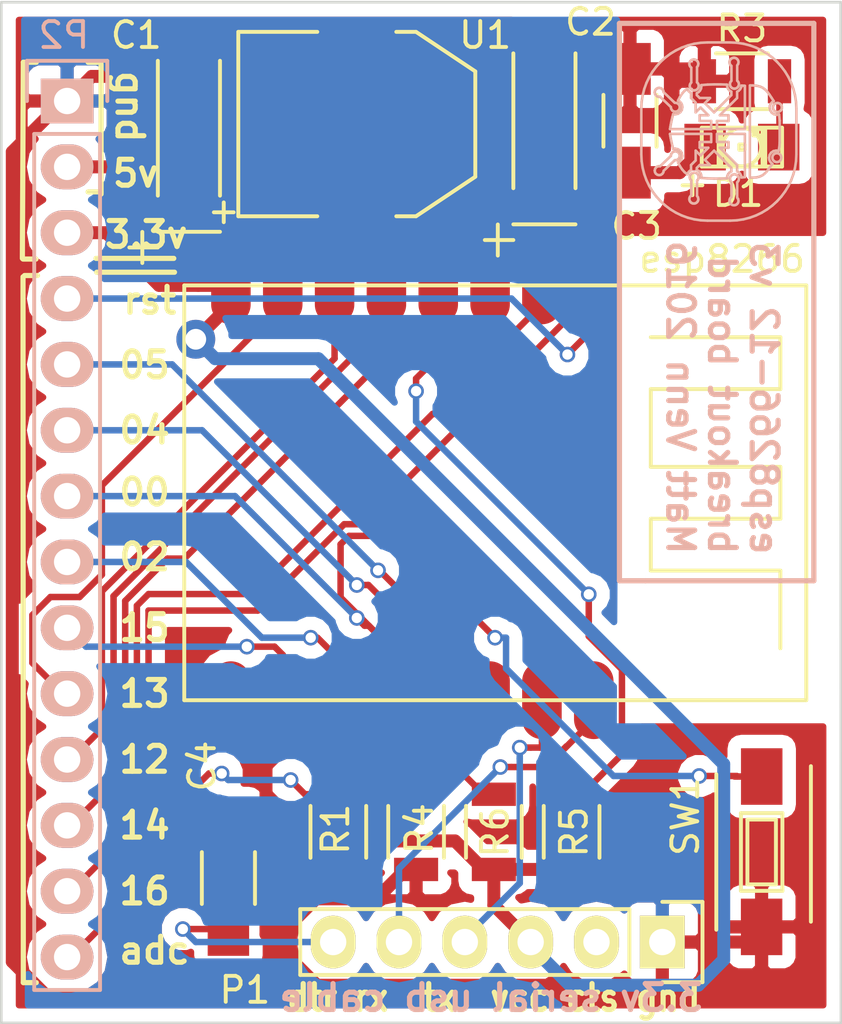
<source format=kicad_pcb>
(kicad_pcb (version 20171130) (host pcbnew "(5.1.12)-1")

  (general
    (thickness 1.6)
    (drawings 621)
    (tracks 245)
    (zones 0)
    (modules 15)
    (nets 20)
  )

  (page A4)
  (layers
    (0 F.Cu signal)
    (31 B.Cu signal)
    (32 B.Adhes user hide)
    (33 F.Adhes user hide)
    (34 B.Paste user hide)
    (35 F.Paste user hide)
    (36 B.SilkS user)
    (37 F.SilkS user)
    (38 B.Mask user)
    (39 F.Mask user)
    (40 Dwgs.User user hide)
    (41 Cmts.User user hide)
    (42 Eco1.User user hide)
    (43 Eco2.User user hide)
    (44 Edge.Cuts user)
    (45 Margin user hide)
    (46 B.CrtYd user hide)
    (47 F.CrtYd user)
    (48 B.Fab user hide)
    (49 F.Fab user hide)
  )

  (setup
    (last_trace_width 0.25)
    (trace_clearance 0.2)
    (zone_clearance 0.508)
    (zone_45_only no)
    (trace_min 0.2)
    (via_size 0.6)
    (via_drill 0.4)
    (via_min_size 0.4)
    (via_min_drill 0.3)
    (uvia_size 0.3)
    (uvia_drill 0.1)
    (uvias_allowed no)
    (uvia_min_size 0.2)
    (uvia_min_drill 0.1)
    (edge_width 0.1)
    (segment_width 0.2)
    (pcb_text_width 0.3)
    (pcb_text_size 1.5 1.5)
    (mod_edge_width 0.15)
    (mod_text_size 1 1)
    (mod_text_width 0.15)
    (pad_size 1.5 1.5)
    (pad_drill 0.6)
    (pad_to_mask_clearance 0)
    (aux_axis_origin 109.855 101.473)
    (grid_origin 110.109 101.6)
    (visible_elements 7FFFFFFF)
    (pcbplotparams
      (layerselection 0x010f0_80000001)
      (usegerberextensions false)
      (usegerberattributes true)
      (usegerberadvancedattributes true)
      (creategerberjobfile true)
      (excludeedgelayer true)
      (linewidth 0.100000)
      (plotframeref false)
      (viasonmask false)
      (mode 1)
      (useauxorigin false)
      (hpglpennumber 1)
      (hpglpenspeed 20)
      (hpglpendiameter 15.000000)
      (psnegative false)
      (psa4output false)
      (plotreference true)
      (plotvalue true)
      (plotinvisibletext false)
      (padsonsilk false)
      (subtractmaskfromsilk false)
      (outputformat 1)
      (mirror false)
      (drillshape 0)
      (scaleselection 1)
      (outputdirectory "gerbers/"))
  )

  (net 0 "")
  (net 1 GND)
  (net 2 +5V)
  (net 3 +3V3)
  (net 4 "Net-(C4-Pad1)")
  (net 5 /gpio0)
  (net 6 /reset)
  (net 7 /rx)
  (net 8 /tx)
  (net 9 /gpio5)
  (net 10 /gpio4)
  (net 11 /gpio2)
  (net 12 /gpio15)
  (net 13 /gpio13)
  (net 14 /gpio12)
  (net 15 /gpio14)
  (net 16 /gpio16)
  (net 17 /adc)
  (net 18 "Net-(D1-Pad1)")
  (net 19 /ch_pd)

  (net_class Default "This is the default net class."
    (clearance 0.2)
    (trace_width 0.25)
    (via_dia 0.6)
    (via_drill 0.4)
    (uvia_dia 0.3)
    (uvia_drill 0.1)
    (add_net /adc)
    (add_net /ch_pd)
    (add_net /gpio0)
    (add_net /gpio12)
    (add_net /gpio13)
    (add_net /gpio14)
    (add_net /gpio15)
    (add_net /gpio16)
    (add_net /gpio2)
    (add_net /gpio4)
    (add_net /gpio5)
    (add_net /reset)
    (add_net /rx)
    (add_net /tx)
    (add_net "Net-(C4-Pad1)")
    (add_net "Net-(D1-Pad1)")
  )

  (net_class etch ""
    (clearance 0.4)
    (trace_width 0.5)
    (via_dia 1.5)
    (via_drill 0.8)
    (uvia_dia 0.3)
    (uvia_drill 0.1)
    (add_net +3V3)
    (add_net +5V)
    (add_net GND)
  )

  (module LEDs:LED-1206 (layer F.Cu) (tedit 5538B1FB) (tstamp 55B376F4)
    (at 138.43 107.188 180)
    (descr "LED 1206 smd package")
    (tags "LED1206 SMD")
    (path /55B2ABC8)
    (attr smd)
    (fp_text reference D1 (at 0.14986 -1.778 180) (layer F.SilkS)
      (effects (font (size 1 1) (thickness 0.15)))
    )
    (fp_text value LED (at 0 1.65 180) (layer F.Fab)
      (effects (font (size 1 1) (thickness 0.15)))
    )
    (fp_line (start -1.5494 -0.7493) (end -1.5494 0.7493) (layer F.SilkS) (width 0.15))
    (fp_line (start 1.5494 -0.7493) (end -1.5494 -0.7493) (layer F.SilkS) (width 0.15))
    (fp_line (start 1.5494 0.7493) (end 1.5494 -0.7493) (layer F.SilkS) (width 0.15))
    (fp_line (start -1.5494 0.7493) (end 1.5494 0.7493) (layer F.SilkS) (width 0.15))
    (fp_line (start -0.44958 0.6985) (end -0.44958 0.44958) (layer F.SilkS) (width 0.15))
    (fp_line (start -0.44958 0.44958) (end -0.59944 0.44958) (layer F.SilkS) (width 0.15))
    (fp_line (start -0.59944 0.6985) (end -0.59944 0.44958) (layer F.SilkS) (width 0.15))
    (fp_line (start -0.44958 0.6985) (end -0.59944 0.6985) (layer F.SilkS) (width 0.15))
    (fp_line (start 0.89916 -0.54864) (end 0.89916 -0.6985) (layer F.SilkS) (width 0.15))
    (fp_line (start 0.89916 -0.6985) (end 0.79756 -0.6985) (layer F.SilkS) (width 0.15))
    (fp_line (start 0.79756 -0.54864) (end 0.79756 -0.6985) (layer F.SilkS) (width 0.15))
    (fp_line (start 0.89916 -0.54864) (end 0.79756 -0.54864) (layer F.SilkS) (width 0.15))
    (fp_line (start 0.89916 0.6985) (end 0.89916 -0.49784) (layer F.SilkS) (width 0.15))
    (fp_line (start 0.89916 -0.49784) (end 0.79756 -0.49784) (layer F.SilkS) (width 0.15))
    (fp_line (start 0.79756 0.6985) (end 0.79756 -0.49784) (layer F.SilkS) (width 0.15))
    (fp_line (start 0.89916 0.6985) (end 0.79756 0.6985) (layer F.SilkS) (width 0.15))
    (fp_line (start -0.79756 -0.54864) (end -0.79756 -0.6985) (layer F.SilkS) (width 0.15))
    (fp_line (start -0.79756 -0.6985) (end -0.89916 -0.6985) (layer F.SilkS) (width 0.15))
    (fp_line (start -0.89916 -0.54864) (end -0.89916 -0.6985) (layer F.SilkS) (width 0.15))
    (fp_line (start -0.79756 -0.54864) (end -0.89916 -0.54864) (layer F.SilkS) (width 0.15))
    (fp_line (start -0.79756 0.6985) (end -0.79756 -0.49784) (layer F.SilkS) (width 0.15))
    (fp_line (start -0.79756 -0.49784) (end -0.89916 -0.49784) (layer F.SilkS) (width 0.15))
    (fp_line (start -0.89916 0.6985) (end -0.89916 -0.49784) (layer F.SilkS) (width 0.15))
    (fp_line (start -0.79756 0.6985) (end -0.89916 0.6985) (layer F.SilkS) (width 0.15))
    (fp_line (start -0.44958 0.6985) (end -0.44958 0.44958) (layer F.SilkS) (width 0.15))
    (fp_line (start -0.44958 0.44958) (end -0.79756 0.44958) (layer F.SilkS) (width 0.15))
    (fp_line (start -0.79756 0.6985) (end -0.79756 0.44958) (layer F.SilkS) (width 0.15))
    (fp_line (start -0.44958 0.6985) (end -0.79756 0.6985) (layer F.SilkS) (width 0.15))
    (fp_line (start 0.09906 0.09906) (end 0.09906 -0.09906) (layer F.SilkS) (width 0.15))
    (fp_line (start 0.09906 -0.09906) (end -0.09906 -0.09906) (layer F.SilkS) (width 0.15))
    (fp_line (start -0.09906 0.09906) (end -0.09906 -0.09906) (layer F.SilkS) (width 0.15))
    (fp_line (start 0.09906 0.09906) (end -0.09906 0.09906) (layer F.SilkS) (width 0.15))
    (fp_arc (start 0 0) (end -0.54864 0.49784) (angle -95.4) (layer F.SilkS) (width 0.15))
    (fp_arc (start 0 0) (end 0.54864 0.49784) (angle -84.5) (layer F.SilkS) (width 0.15))
    (fp_arc (start 0 0) (end 0.54864 -0.49784) (angle -95.4) (layer F.SilkS) (width 0.15))
    (fp_arc (start 0 0) (end -0.54864 -0.49784) (angle -84.5) (layer F.SilkS) (width 0.15))
    (pad 2 smd rect (at 1.41986 0) (size 1.59766 1.80086) (layers F.Cu F.Paste F.Mask)
      (net 3 +3V3))
    (pad 1 smd rect (at -1.41986 0) (size 1.59766 1.80086) (layers F.Cu F.Paste F.Mask)
      (net 18 "Net-(D1-Pad1)"))
  )

  (module Pin_Headers:Pin_Header_Straight_1x06 (layer F.Cu) (tedit 0) (tstamp 55AD31BD)
    (at 135.359 137.85 270)
    (descr "Through hole pin header")
    (tags "pin header")
    (path /55AD3AED)
    (fp_text reference P1 (at 1.85 16.106 180) (layer F.SilkS)
      (effects (font (size 1 1) (thickness 0.15)))
    )
    (fp_text value ftdi (at 0 -3.1 270) (layer F.Fab)
      (effects (font (size 1 1) (thickness 0.15)))
    )
    (fp_line (start -1.55 -1.55) (end 1.55 -1.55) (layer F.SilkS) (width 0.15))
    (fp_line (start -1.55 0) (end -1.55 -1.55) (layer F.SilkS) (width 0.15))
    (fp_line (start 1.27 1.27) (end -1.27 1.27) (layer F.SilkS) (width 0.15))
    (fp_line (start 1.55 -1.55) (end 1.55 0) (layer F.SilkS) (width 0.15))
    (fp_line (start -1.27 13.97) (end -1.27 1.27) (layer F.SilkS) (width 0.15))
    (fp_line (start 1.27 13.97) (end -1.27 13.97) (layer F.SilkS) (width 0.15))
    (fp_line (start 1.27 1.27) (end 1.27 13.97) (layer F.SilkS) (width 0.15))
    (fp_line (start -1.75 14.45) (end 1.75 14.45) (layer F.CrtYd) (width 0.05))
    (fp_line (start -1.75 -1.75) (end 1.75 -1.75) (layer F.CrtYd) (width 0.05))
    (fp_line (start 1.75 -1.75) (end 1.75 14.45) (layer F.CrtYd) (width 0.05))
    (fp_line (start -1.75 -1.75) (end -1.75 14.45) (layer F.CrtYd) (width 0.05))
    (pad 1 thru_hole rect (at 0 0 270) (size 2.032 1.7272) (drill 1.016) (layers *.Cu *.Mask F.SilkS)
      (net 1 GND))
    (pad 2 thru_hole oval (at 0 2.54 270) (size 2.032 1.7272) (drill 1.016) (layers *.Cu *.Mask F.SilkS))
    (pad 3 thru_hole oval (at 0 5.08 270) (size 2.032 1.7272) (drill 1.016) (layers *.Cu *.Mask F.SilkS)
      (net 3 +3V3))
    (pad 4 thru_hole oval (at 0 7.62 270) (size 2.032 1.7272) (drill 1.016) (layers *.Cu *.Mask F.SilkS)
      (net 7 /rx))
    (pad 5 thru_hole oval (at 0 10.16 270) (size 2.032 1.7272) (drill 1.016) (layers *.Cu *.Mask F.SilkS)
      (net 8 /tx))
    (pad 6 thru_hole oval (at 0 12.7 270) (size 2.032 1.7272) (drill 1.016) (layers *.Cu *.Mask F.SilkS)
      (net 4 "Net-(C4-Pad1)"))
    (model Pin_Headers.3dshapes/Pin_Header_Straight_1x06.wrl
      (offset (xyz 0 -6.349999904632568 0))
      (scale (xyz 1 1 1))
      (rotate (xyz 0 0 90))
    )
  )

  (module Pin_Headers:Pin_Header_Straight_1x14 (layer B.Cu) (tedit 0) (tstamp 55B263AC)
    (at 112.395 105.41 180)
    (descr "Through hole pin header")
    (tags "pin header")
    (path /55AD4557)
    (fp_text reference P2 (at 0.127 2.54 180) (layer B.SilkS)
      (effects (font (size 1 1) (thickness 0.15)) (justify mirror))
    )
    (fp_text value CONN_01X14 (at -3.175 8.255 180) (layer B.Fab)
      (effects (font (size 1 1) (thickness 0.15)) (justify mirror))
    )
    (fp_line (start -1.55 1.55) (end 1.55 1.55) (layer B.SilkS) (width 0.15))
    (fp_line (start -1.55 0) (end -1.55 1.55) (layer B.SilkS) (width 0.15))
    (fp_line (start 1.27 -1.27) (end -1.27 -1.27) (layer B.SilkS) (width 0.15))
    (fp_line (start 1.55 1.55) (end 1.55 0) (layer B.SilkS) (width 0.15))
    (fp_line (start 1.27 -34.29) (end 1.27 -1.27) (layer B.SilkS) (width 0.15))
    (fp_line (start -1.27 -34.29) (end 1.27 -34.29) (layer B.SilkS) (width 0.15))
    (fp_line (start -1.27 -1.27) (end -1.27 -34.29) (layer B.SilkS) (width 0.15))
    (fp_line (start -1.75 -34.8) (end 1.75 -34.8) (layer B.CrtYd) (width 0.05))
    (fp_line (start -1.75 1.75) (end 1.75 1.75) (layer B.CrtYd) (width 0.05))
    (fp_line (start 1.75 1.75) (end 1.75 -34.8) (layer B.CrtYd) (width 0.05))
    (fp_line (start -1.75 1.75) (end -1.75 -34.8) (layer B.CrtYd) (width 0.05))
    (pad 1 thru_hole rect (at 0 0 180) (size 2.032 1.7272) (drill 1.016) (layers *.Cu *.Mask B.SilkS)
      (net 1 GND))
    (pad 2 thru_hole oval (at 0 -2.54 180) (size 2.032 1.7272) (drill 1.016) (layers *.Cu *.Mask B.SilkS)
      (net 2 +5V))
    (pad 3 thru_hole oval (at 0 -5.08 180) (size 2.032 1.7272) (drill 1.016) (layers *.Cu *.Mask B.SilkS)
      (net 3 +3V3))
    (pad 4 thru_hole oval (at 0 -7.62 180) (size 2.032 1.7272) (drill 1.016) (layers *.Cu *.Mask B.SilkS)
      (net 6 /reset))
    (pad 5 thru_hole oval (at 0 -10.16 180) (size 2.032 1.7272) (drill 1.016) (layers *.Cu *.Mask B.SilkS)
      (net 9 /gpio5))
    (pad 6 thru_hole oval (at 0 -12.7 180) (size 2.032 1.7272) (drill 1.016) (layers *.Cu *.Mask B.SilkS)
      (net 10 /gpio4))
    (pad 7 thru_hole oval (at 0 -15.24 180) (size 2.032 1.7272) (drill 1.016) (layers *.Cu *.Mask B.SilkS)
      (net 5 /gpio0))
    (pad 8 thru_hole oval (at 0 -17.78 180) (size 2.032 1.7272) (drill 1.016) (layers *.Cu *.Mask B.SilkS)
      (net 11 /gpio2))
    (pad 9 thru_hole oval (at 0 -20.32 180) (size 2.032 1.7272) (drill 1.016) (layers *.Cu *.Mask B.SilkS)
      (net 12 /gpio15))
    (pad 10 thru_hole oval (at 0 -22.86 180) (size 2.032 1.7272) (drill 1.016) (layers *.Cu *.Mask B.SilkS)
      (net 13 /gpio13))
    (pad 11 thru_hole oval (at 0 -25.4 180) (size 2.032 1.7272) (drill 1.016) (layers *.Cu *.Mask B.SilkS)
      (net 14 /gpio12))
    (pad 12 thru_hole oval (at 0 -27.94 180) (size 2.032 1.7272) (drill 1.016) (layers *.Cu *.Mask B.SilkS)
      (net 15 /gpio14))
    (pad 13 thru_hole oval (at 0 -30.48 180) (size 2.032 1.7272) (drill 1.016) (layers *.Cu *.Mask B.SilkS)
      (net 16 /gpio16))
    (pad 14 thru_hole oval (at 0 -33.02 180) (size 2.032 1.7272) (drill 1.016) (layers *.Cu *.Mask B.SilkS)
      (net 17 /adc))
    (model Pin_Headers.3dshapes/Pin_Header_Straight_1x14.wrl
      (offset (xyz 0 -16.50999975204468 0))
      (scale (xyz 1 1 1))
      (rotate (xyz 0 0 90))
    )
  )

  (module Capacitors_Tantalum_SMD:TantalC_SizeA_EIA-3216_HandSoldering (layer F.Cu) (tedit 0) (tstamp 55B28615)
    (at 117.094 106.45902 90)
    (descr "Tantal Cap. , Size A, EIA-3216, Hand Soldering,")
    (tags "Tantal Cap. , Size A, EIA-3216, Hand Soldering,")
    (path /55AD3174)
    (attr smd)
    (fp_text reference C1 (at 3.58902 -2.032 180) (layer F.SilkS)
      (effects (font (size 1 1) (thickness 0.15)))
    )
    (fp_text value 10uf (at -0.09906 3.0988 90) (layer F.Fab)
      (effects (font (size 1 1) (thickness 0.15)))
    )
    (fp_line (start -3.99542 -1.19888) (end -3.99542 1.19888) (layer F.SilkS) (width 0.15))
    (fp_line (start -5.19938 -1.79832) (end -4.0005 -1.79832) (layer F.SilkS) (width 0.15))
    (fp_line (start -4.59994 -2.2987) (end -4.59994 -1.19888) (layer F.SilkS) (width 0.15))
    (fp_line (start 2.60096 -1.19888) (end -2.60096 -1.19888) (layer F.SilkS) (width 0.15))
    (fp_line (start -2.60096 1.19888) (end 2.60096 1.19888) (layer F.SilkS) (width 0.15))
    (fp_text user + (at -2.20218 19.3548 90) (layer F.SilkS)
      (effects (font (size 1 1) (thickness 0.15)))
    )
    (pad 2 smd rect (at 1.99898 0 90) (size 2.99974 1.50114) (layers F.Cu F.Paste F.Mask)
      (net 1 GND))
    (pad 1 smd rect (at -1.99898 0 90) (size 2.99974 1.50114) (layers F.Cu F.Paste F.Mask)
      (net 2 +5V))
    (model Capacitors_Tantalum_SMD.3dshapes/TantalC_SizeA_EIA-3216_HandSoldering.wrl
      (at (xyz 0 0 0))
      (scale (xyz 1 1 1))
      (rotate (xyz 0 0 180))
    )
  )

  (module Capacitors_Tantalum_SMD:TantalC_SizeA_EIA-3216_HandSoldering (layer F.Cu) (tedit 0) (tstamp 55B2861A)
    (at 130.81 106.172 90)
    (descr "Tantal Cap. , Size A, EIA-3216, Hand Soldering,")
    (tags "Tantal Cap. , Size A, EIA-3216, Hand Soldering,")
    (path /55AD317B)
    (attr smd)
    (fp_text reference C2 (at 3.81 1.778 180) (layer F.SilkS)
      (effects (font (size 1 1) (thickness 0.15)))
    )
    (fp_text value 10uf (at -0.09906 3.0988 90) (layer F.Fab)
      (effects (font (size 1 1) (thickness 0.15)))
    )
    (fp_line (start -3.99542 -1.19888) (end -3.99542 1.19888) (layer F.SilkS) (width 0.15))
    (fp_line (start -5.19938 -1.79832) (end -4.0005 -1.79832) (layer F.SilkS) (width 0.15))
    (fp_line (start -4.59994 -2.2987) (end -4.59994 -1.19888) (layer F.SilkS) (width 0.15))
    (fp_line (start 2.60096 -1.19888) (end -2.60096 -1.19888) (layer F.SilkS) (width 0.15))
    (fp_line (start -2.60096 1.19888) (end 2.60096 1.19888) (layer F.SilkS) (width 0.15))
    (fp_text user + (at -3.5306 -12.446 90) (layer F.SilkS)
      (effects (font (size 1 1) (thickness 0.15)))
    )
    (pad 2 smd rect (at 1.99898 0 90) (size 2.99974 1.50114) (layers F.Cu F.Paste F.Mask)
      (net 1 GND))
    (pad 1 smd rect (at -1.99898 0 90) (size 2.99974 1.50114) (layers F.Cu F.Paste F.Mask)
      (net 3 +3V3))
    (model Capacitors_Tantalum_SMD.3dshapes/TantalC_SizeA_EIA-3216_HandSoldering.wrl
      (at (xyz 0 0 0))
      (scale (xyz 1 1 1))
      (rotate (xyz 0 0 180))
    )
  )

  (module Capacitors_SMD:C_1206_HandSoldering (layer F.Cu) (tedit 541A9C03) (tstamp 55B2861F)
    (at 134.112 106.172 90)
    (descr "Capacitor SMD 1206, hand soldering")
    (tags "capacitor 1206")
    (path /55AD318E)
    (attr smd)
    (fp_text reference C3 (at -4.064 0.254) (layer F.SilkS)
      (effects (font (size 1 1) (thickness 0.15)))
    )
    (fp_text value 0.1uf (at 0 2.3 90) (layer F.Fab)
      (effects (font (size 1 1) (thickness 0.15)))
    )
    (fp_line (start -1 1.025) (end 1 1.025) (layer F.SilkS) (width 0.15))
    (fp_line (start 1 -1.025) (end -1 -1.025) (layer F.SilkS) (width 0.15))
    (fp_line (start 3.3 -1.15) (end 3.3 1.15) (layer F.CrtYd) (width 0.05))
    (fp_line (start -3.3 -1.15) (end -3.3 1.15) (layer F.CrtYd) (width 0.05))
    (fp_line (start -3.3 1.15) (end 3.3 1.15) (layer F.CrtYd) (width 0.05))
    (fp_line (start -3.3 -1.15) (end 3.3 -1.15) (layer F.CrtYd) (width 0.05))
    (pad 1 smd rect (at -2 0 90) (size 2 1.6) (layers F.Cu F.Paste F.Mask)
      (net 3 +3V3))
    (pad 2 smd rect (at 2 0 90) (size 2 1.6) (layers F.Cu F.Paste F.Mask)
      (net 1 GND))
    (model Capacitors_SMD.3dshapes/C_1206_HandSoldering.wrl
      (at (xyz 0 0 0))
      (scale (xyz 1 1 1))
      (rotate (xyz 0 0 0))
    )
  )

  (module Capacitors_SMD:C_1206_HandSoldering (layer F.Cu) (tedit 541A9C03) (tstamp 55B28624)
    (at 118.618 135.382 90)
    (descr "Capacitor SMD 1206, hand soldering")
    (tags "capacitor 1206")
    (path /55AD3B1B)
    (attr smd)
    (fp_text reference C4 (at 4.318 -1.016 90) (layer F.SilkS)
      (effects (font (size 1 1) (thickness 0.15)))
    )
    (fp_text value 1uf (at 0 2.3 90) (layer F.Fab)
      (effects (font (size 1 1) (thickness 0.15)))
    )
    (fp_line (start -1 1.025) (end 1 1.025) (layer F.SilkS) (width 0.15))
    (fp_line (start 1 -1.025) (end -1 -1.025) (layer F.SilkS) (width 0.15))
    (fp_line (start 3.3 -1.15) (end 3.3 1.15) (layer F.CrtYd) (width 0.05))
    (fp_line (start -3.3 -1.15) (end -3.3 1.15) (layer F.CrtYd) (width 0.05))
    (fp_line (start -3.3 1.15) (end 3.3 1.15) (layer F.CrtYd) (width 0.05))
    (fp_line (start -3.3 -1.15) (end 3.3 -1.15) (layer F.CrtYd) (width 0.05))
    (pad 1 smd rect (at -2 0 90) (size 2 1.6) (layers F.Cu F.Paste F.Mask)
      (net 4 "Net-(C4-Pad1)"))
    (pad 2 smd rect (at 2 0 90) (size 2 1.6) (layers F.Cu F.Paste F.Mask)
      (net 6 /reset))
    (model Capacitors_SMD.3dshapes/C_1206_HandSoldering.wrl
      (at (xyz 0 0 0))
      (scale (xyz 1 1 1))
      (rotate (xyz 0 0 0))
    )
  )

  (module Resistors_SMD:R_1206 (layer F.Cu) (tedit 5415CFA7) (tstamp 55B28629)
    (at 122.859 133.6 90)
    (descr "Resistor SMD 1206, reflow soldering, Vishay (see dcrcw.pdf)")
    (tags "resistor 1206")
    (path /55ACED8E)
    (attr smd)
    (fp_text reference R1 (at 0.1 -0.109 90) (layer F.SilkS)
      (effects (font (size 1 1) (thickness 0.15)))
    )
    (fp_text value 10k (at 0 2.3 90) (layer F.Fab)
      (effects (font (size 1 1) (thickness 0.15)))
    )
    (fp_line (start -1 -1.075) (end 1 -1.075) (layer F.SilkS) (width 0.15))
    (fp_line (start 1 1.075) (end -1 1.075) (layer F.SilkS) (width 0.15))
    (fp_line (start 2.2 -1.2) (end 2.2 1.2) (layer F.CrtYd) (width 0.05))
    (fp_line (start -2.2 -1.2) (end -2.2 1.2) (layer F.CrtYd) (width 0.05))
    (fp_line (start -2.2 1.2) (end 2.2 1.2) (layer F.CrtYd) (width 0.05))
    (fp_line (start -2.2 -1.2) (end 2.2 -1.2) (layer F.CrtYd) (width 0.05))
    (pad 1 smd rect (at -1.45 0 90) (size 0.9 1.7) (layers F.Cu F.Paste F.Mask)
      (net 3 +3V3))
    (pad 2 smd rect (at 1.45 0 90) (size 0.9 1.7) (layers F.Cu F.Paste F.Mask)
      (net 6 /reset))
    (model Resistors_SMD.3dshapes/R_1206.wrl
      (at (xyz 0 0 0))
      (scale (xyz 1 1 1))
      (rotate (xyz 0 0 0))
    )
  )

  (module SMD_Packages:SOT-223 (layer F.Cu) (tedit 0) (tstamp 55B288E3)
    (at 123.571 106.299 270)
    (descr "module CMS SOT223 4 pins")
    (tags "CMS SOT")
    (path /55AD3145)
    (attr smd)
    (fp_text reference U1 (at -3.429 -4.953) (layer F.SilkS)
      (effects (font (size 1 1) (thickness 0.15)))
    )
    (fp_text value AP1117D33 (at 0 0.762 270) (layer F.Fab)
      (effects (font (size 1 1) (thickness 0.15)))
    )
    (fp_line (start 3.556 -2.286) (end 3.556 -1.524) (layer F.SilkS) (width 0.15))
    (fp_line (start 2.032 -4.572) (end 3.556 -2.286) (layer F.SilkS) (width 0.15))
    (fp_line (start -2.032 -4.572) (end 2.032 -4.572) (layer F.SilkS) (width 0.15))
    (fp_line (start -3.556 -2.286) (end -2.032 -4.572) (layer F.SilkS) (width 0.15))
    (fp_line (start -3.556 -1.524) (end -3.556 -2.286) (layer F.SilkS) (width 0.15))
    (fp_line (start 3.556 4.572) (end 3.556 1.524) (layer F.SilkS) (width 0.15))
    (fp_line (start -3.556 4.572) (end 3.556 4.572) (layer F.SilkS) (width 0.15))
    (fp_line (start -3.556 1.524) (end -3.556 4.572) (layer F.SilkS) (width 0.15))
    (pad 4 smd rect (at 0 -3.302 270) (size 3.6576 2.032) (layers F.Cu F.Paste F.Mask))
    (pad 2 smd rect (at 0 3.302 270) (size 1.016 2.032) (layers F.Cu F.Paste F.Mask)
      (net 3 +3V3))
    (pad 3 smd rect (at 2.286 3.302 270) (size 1.016 2.032) (layers F.Cu F.Paste F.Mask)
      (net 2 +5V))
    (pad 1 smd rect (at -2.286 3.302 270) (size 1.016 2.032) (layers F.Cu F.Paste F.Mask)
      (net 1 GND))
    (model SMD_Packages.3dshapes/SOT-223.wrl
      (at (xyz 0 0 0))
      (scale (xyz 0.4 0.4 0.4))
      (rotate (xyz 0 0 0))
    )
  )

  (module esp8266-12:esp8266-12 (layer F.Cu) (tedit 55ACE67C) (tstamp 55B298D2)
    (at 118.714 112.622)
    (path /55ACECFB)
    (fp_text reference esp8266 (at 18.954 -1.116) (layer F.SilkS)
      (effects (font (size 1 1) (thickness 0.15)))
    )
    (fp_text value U2 (at 6.2 5.9) (layer F.Fab)
      (effects (font (size 1 1) (thickness 0.15)))
    )
    (fp_line (start 22.2 -0.1) (end -1.8 -0.1) (layer F.SilkS) (width 0.15))
    (fp_line (start 22.2 15.9) (end 22.2 -0.1) (layer F.SilkS) (width 0.15))
    (fp_line (start -1.8 15.9) (end 22.2 15.9) (layer F.SilkS) (width 0.15))
    (fp_line (start -1.8 -0.1) (end -1.8 15.9) (layer F.SilkS) (width 0.15))
    (fp_line (start 21.2 10.9) (end 21.2 13.9) (layer F.SilkS) (width 0.15))
    (fp_line (start 16.2 10.9) (end 21.2 10.9) (layer F.SilkS) (width 0.15))
    (fp_line (start 16.2 8.9) (end 16.2 10.9) (layer F.SilkS) (width 0.15))
    (fp_line (start 21.2 8.9) (end 16.2 8.9) (layer F.SilkS) (width 0.15))
    (fp_line (start 21.2 6.9) (end 21.2 8.9) (layer F.SilkS) (width 0.15))
    (fp_line (start 16.2 6.9) (end 21.2 6.9) (layer F.SilkS) (width 0.15))
    (fp_line (start 16.2 3.9) (end 16.2 6.9) (layer F.SilkS) (width 0.15))
    (fp_line (start 21.2 3.9) (end 16.2 3.9) (layer F.SilkS) (width 0.15))
    (fp_line (start 21.2 1.9) (end 21.2 3.9) (layer F.SilkS) (width 0.15))
    (fp_line (start 16.2 1.9) (end 21.2 1.9) (layer F.SilkS) (width 0.15))
    (pad 8 smd oval (at 0 -0.1) (size 1.524 3) (layers F.Cu F.Paste F.Mask)
      (net 3 +3V3))
    (pad 7 smd oval (at 2 -0.1) (size 1.524 3) (layers F.Cu F.Paste F.Mask)
      (net 13 /gpio13))
    (pad 6 smd oval (at 4 -0.1) (size 1.524 3) (layers F.Cu F.Paste F.Mask)
      (net 14 /gpio12))
    (pad 5 smd oval (at 6 -0.1) (size 1.524 3) (layers F.Cu F.Paste F.Mask)
      (net 15 /gpio14))
    (pad 4 smd oval (at 8 -0.1) (size 1.524 3) (layers F.Cu F.Paste F.Mask)
      (net 16 /gpio16))
    (pad 3 smd oval (at 10 -0.1) (size 1.524 3) (layers F.Cu F.Paste F.Mask)
      (net 19 /ch_pd))
    (pad 2 smd oval (at 12 -0.1) (size 1.524 3) (layers F.Cu F.Paste F.Mask)
      (net 17 /adc))
    (pad 1 smd oval (at 14 -0.1) (size 1.524 3) (layers F.Cu F.Paste F.Mask)
      (net 6 /reset))
    (pad 9 smd oval (at 0 15.9) (size 1.524 3) (layers F.Cu F.Paste F.Mask)
      (net 1 GND))
    (pad 10 smd oval (at 2 15.9) (size 1.524 3) (layers F.Cu F.Paste F.Mask)
      (net 12 /gpio15))
    (pad 11 smd oval (at 4 15.9) (size 1.524 3) (layers F.Cu F.Paste F.Mask)
      (net 11 /gpio2))
    (pad 12 smd oval (at 6 15.9) (size 1.524 3) (layers F.Cu F.Paste F.Mask)
      (net 5 /gpio0))
    (pad 13 smd oval (at 8 15.9) (size 1.524 3) (layers F.Cu F.Paste F.Mask)
      (net 10 /gpio4))
    (pad 14 smd oval (at 10 15.9) (size 1.524 3) (layers F.Cu F.Paste F.Mask)
      (net 9 /gpio5))
    (pad 15 smd oval (at 12 15.9) (size 1.524 3) (layers F.Cu F.Paste F.Mask)
      (net 7 /rx))
    (pad 16 smd oval (at 14 15.9) (size 1.524 3) (layers F.Cu F.Paste F.Mask)
      (net 8 /tx))
  )

  (module Resistors_SMD:R_1206 (layer F.Cu) (tedit 5415CFA7) (tstamp 55B376FA)
    (at 138.43 104.648 180)
    (descr "Resistor SMD 1206, reflow soldering, Vishay (see dcrcw.pdf)")
    (tags "resistor 1206")
    (path /55B2AC55)
    (attr smd)
    (fp_text reference R3 (at 0 2.032 180) (layer F.SilkS)
      (effects (font (size 1 1) (thickness 0.15)))
    )
    (fp_text value 68r (at 0 2.3 180) (layer F.Fab)
      (effects (font (size 1 1) (thickness 0.15)))
    )
    (fp_line (start -1 -1.075) (end 1 -1.075) (layer F.SilkS) (width 0.15))
    (fp_line (start 1 1.075) (end -1 1.075) (layer F.SilkS) (width 0.15))
    (fp_line (start 2.2 -1.2) (end 2.2 1.2) (layer F.CrtYd) (width 0.05))
    (fp_line (start -2.2 -1.2) (end -2.2 1.2) (layer F.CrtYd) (width 0.05))
    (fp_line (start -2.2 1.2) (end 2.2 1.2) (layer F.CrtYd) (width 0.05))
    (fp_line (start -2.2 -1.2) (end 2.2 -1.2) (layer F.CrtYd) (width 0.05))
    (pad 1 smd rect (at -1.45 0 180) (size 0.9 1.7) (layers F.Cu F.Paste F.Mask)
      (net 18 "Net-(D1-Pad1)"))
    (pad 2 smd rect (at 1.45 0 180) (size 0.9 1.7) (layers F.Cu F.Paste F.Mask)
      (net 1 GND))
    (model Resistors_SMD.3dshapes/R_1206.wrl
      (at (xyz 0 0 0))
      (scale (xyz 1 1 1))
      (rotate (xyz 0 0 0))
    )
  )

  (module matt:SW_SPST_FSMSM (layer F.Cu) (tedit 55B3776E) (tstamp 55B37936)
    (at 139.192 134.366 270)
    (descr http://www.te.com/commerce/DocumentDelivery/DDEController?Action=srchrtrv&DocNm=1437566-3&DocType=Customer+Drawing&DocLang=English)
    (tags "SPST button tactile switch")
    (path /55AD3B14)
    (attr smd)
    (fp_text reference SW1 (at -1.366 2.942 90) (layer F.SilkS)
      (effects (font (size 1 1) (thickness 0.15)))
    )
    (fp_text value SW_PUSH (at 0.2 2.7 270) (layer F.Fab)
      (effects (font (size 1 1) (thickness 0.15)))
    )
    (fp_line (start -4.3 -2) (end 4.3 -2) (layer F.CrtYd) (width 0.05))
    (fp_line (start -4.3 -2) (end -4.3 1.95) (layer F.CrtYd) (width 0.05))
    (fp_line (start -3.3 -1.9) (end 2.7 -1.9) (layer F.SilkS) (width 0.15))
    (fp_line (start -2.98989 1.74978) (end 3.01011 1.74978) (layer F.SilkS) (width 0.15))
    (fp_line (start 4.3 -2) (end 4.3 1.95) (layer F.CrtYd) (width 0.05))
    (fp_line (start -4.3 1.9) (end 4.3 1.9) (layer F.CrtYd) (width 0.05))
    (fp_line (start -1.48989 -0.80022) (end -1.48989 0.79978) (layer F.SilkS) (width 0.15))
    (fp_line (start 1.51011 -0.80022) (end 1.51011 0.79978) (layer F.SilkS) (width 0.15))
    (fp_line (start -1.48989 -0.80022) (end 1.51011 -0.80022) (layer F.SilkS) (width 0.15))
    (fp_line (start -1.48989 0.79978) (end 1.51011 0.79978) (layer F.SilkS) (width 0.15))
    (fp_line (start -1.23989 0.54978) (end -1.23989 -0.55022) (layer F.SilkS) (width 0.15))
    (fp_line (start 1.26011 0.54978) (end -1.23989 0.54978) (layer F.SilkS) (width 0.15))
    (fp_line (start 1.26011 -0.55022) (end 1.26011 0.54978) (layer F.SilkS) (width 0.15))
    (fp_line (start -1.23989 -0.55022) (end 1.26011 -0.55022) (layer F.SilkS) (width 0.15))
    (pad 1 smd rect (at -2.9 -0.00232 270) (size 2.18 1.6) (layers F.Cu F.Paste F.Mask)
      (net 5 /gpio0))
    (pad 2 smd rect (at 2.9 0.00232 270) (size 2.18 1.6) (layers F.Cu F.Paste F.Mask)
      (net 1 GND))
  )

  (module Resistors_SMD:R_1206 (layer F.Cu) (tedit 5415CFA7) (tstamp 5715F669)
    (at 128.859 133.6 90)
    (descr "Resistor SMD 1206, reflow soldering, Vishay (see dcrcw.pdf)")
    (tags "resistor 1206")
    (path /5715F6B6)
    (attr smd)
    (fp_text reference R4 (at 0.123 -2.875 90) (layer F.SilkS)
      (effects (font (size 1 1) (thickness 0.15)))
    )
    (fp_text value 10k (at 0 2.3 90) (layer F.Fab)
      (effects (font (size 1 1) (thickness 0.15)))
    )
    (fp_line (start -1 -1.075) (end 1 -1.075) (layer F.SilkS) (width 0.15))
    (fp_line (start 1 1.075) (end -1 1.075) (layer F.SilkS) (width 0.15))
    (fp_line (start 2.2 -1.2) (end 2.2 1.2) (layer F.CrtYd) (width 0.05))
    (fp_line (start -2.2 -1.2) (end -2.2 1.2) (layer F.CrtYd) (width 0.05))
    (fp_line (start -2.2 1.2) (end 2.2 1.2) (layer F.CrtYd) (width 0.05))
    (fp_line (start -2.2 -1.2) (end 2.2 -1.2) (layer F.CrtYd) (width 0.05))
    (pad 1 smd rect (at -1.45 0 90) (size 0.9 1.7) (layers F.Cu F.Paste F.Mask)
      (net 3 +3V3))
    (pad 2 smd rect (at 1.45 0 90) (size 0.9 1.7) (layers F.Cu F.Paste F.Mask)
      (net 11 /gpio2))
    (model Resistors_SMD.3dshapes/R_1206.wrl
      (at (xyz 0 0 0))
      (scale (xyz 1 1 1))
      (rotate (xyz 0 0 0))
    )
  )

  (module Resistors_SMD:R_1206 (layer F.Cu) (tedit 5415CFA7) (tstamp 5715F66F)
    (at 131.859 133.6 90)
    (descr "Resistor SMD 1206, reflow soldering, Vishay (see dcrcw.pdf)")
    (tags "resistor 1206")
    (path /5715F72C)
    (attr smd)
    (fp_text reference R5 (at -0.004 0.094 90) (layer F.SilkS)
      (effects (font (size 1 1) (thickness 0.15)))
    )
    (fp_text value 10k (at 0 2.3 90) (layer F.Fab)
      (effects (font (size 1 1) (thickness 0.15)))
    )
    (fp_line (start -1 -1.075) (end 1 -1.075) (layer F.SilkS) (width 0.15))
    (fp_line (start 1 1.075) (end -1 1.075) (layer F.SilkS) (width 0.15))
    (fp_line (start 2.2 -1.2) (end 2.2 1.2) (layer F.CrtYd) (width 0.05))
    (fp_line (start -2.2 -1.2) (end -2.2 1.2) (layer F.CrtYd) (width 0.05))
    (fp_line (start -2.2 1.2) (end 2.2 1.2) (layer F.CrtYd) (width 0.05))
    (fp_line (start -2.2 -1.2) (end 2.2 -1.2) (layer F.CrtYd) (width 0.05))
    (pad 1 smd rect (at -1.45 0 90) (size 0.9 1.7) (layers F.Cu F.Paste F.Mask)
      (net 3 +3V3))
    (pad 2 smd rect (at 1.45 0 90) (size 0.9 1.7) (layers F.Cu F.Paste F.Mask)
      (net 19 /ch_pd))
    (model Resistors_SMD.3dshapes/R_1206.wrl
      (at (xyz 0 0 0))
      (scale (xyz 1 1 1))
      (rotate (xyz 0 0 0))
    )
  )

  (module Resistors_SMD:R_1206 (layer F.Cu) (tedit 5415CFA7) (tstamp 5715F675)
    (at 125.859 133.6 270)
    (descr "Resistor SMD 1206, reflow soldering, Vishay (see dcrcw.pdf)")
    (tags "resistor 1206")
    (path /5715F783)
    (attr smd)
    (fp_text reference R6 (at 0.004 -3.046 270) (layer F.SilkS)
      (effects (font (size 1 1) (thickness 0.15)))
    )
    (fp_text value 10k (at 0 2.3 270) (layer F.Fab)
      (effects (font (size 1 1) (thickness 0.15)))
    )
    (fp_line (start -1 -1.075) (end 1 -1.075) (layer F.SilkS) (width 0.15))
    (fp_line (start 1 1.075) (end -1 1.075) (layer F.SilkS) (width 0.15))
    (fp_line (start 2.2 -1.2) (end 2.2 1.2) (layer F.CrtYd) (width 0.05))
    (fp_line (start -2.2 -1.2) (end -2.2 1.2) (layer F.CrtYd) (width 0.05))
    (fp_line (start -2.2 1.2) (end 2.2 1.2) (layer F.CrtYd) (width 0.05))
    (fp_line (start -2.2 -1.2) (end 2.2 -1.2) (layer F.CrtYd) (width 0.05))
    (pad 1 smd rect (at -1.45 0 270) (size 0.9 1.7) (layers F.Cu F.Paste F.Mask)
      (net 12 /gpio15))
    (pad 2 smd rect (at 1.45 0 270) (size 0.9 1.7) (layers F.Cu F.Paste F.Mask)
      (net 1 GND))
    (model Resistors_SMD.3dshapes/R_1206.wrl
      (at (xyz 0 0 0))
      (scale (xyz 1 1 1))
      (rotate (xyz 0 0 0))
    )
  )

  (gr_text "dtr rx  tx  vcc cts gnd" (at 128.8542 140) (layer F.SilkS)
    (effects (font (size 1 0.9) (thickness 0.2)))
  )
  (gr_line (start 139.1955 103.457907) (end 139.40623 103.585675) (layer B.SilkS) (width 0.1))
  (gr_line (start 139.49445 105.16543) (end 139.41703 105.06223) (layer B.SilkS) (width 0.1))
  (gr_line (start 139.41703 105.06223) (end 139.33478 104.97483) (layer B.SilkS) (width 0.1))
  (gr_line (start 138.77146 104.80953) (end 138.73745 104.8099) (layer B.SilkS) (width 0.1))
  (gr_line (start 139.13203 104.8526) (end 138.9996 104.82048) (layer B.SilkS) (width 0.1))
  (gr_line (start 138.83852 104.80953) (end 138.77146 104.80953) (layer B.SilkS) (width 0.1))
  (gr_line (start 138.9996 104.82048) (end 138.83852 104.80953) (layer B.SilkS) (width 0.1))
  (gr_line (start 139.24178 104.90453) (end 139.13203 104.8526) (layer B.SilkS) (width 0.1))
  (gr_line (start 139.33478 104.97483) (end 139.24178 104.90453) (layer B.SilkS) (width 0.1))
  (gr_line (start 138.54431 104.82618) (end 138.53513 104.82521) (layer B.SilkS) (width 0.1))
  (gr_line (start 138.36066 104.95596) (end 138.30934 105.01021) (layer B.SilkS) (width 0.1))
  (gr_line (start 138.39609 104.88944) (end 138.36066 104.95596) (layer B.SilkS) (width 0.1))
  (gr_line (start 138.41236 104.81371) (end 138.39609 104.88944) (layer B.SilkS) (width 0.1))
  (gr_line (start 138.50888 104.8226) (end 138.46732 104.81869) (layer B.SilkS) (width 0.1))
  (gr_line (start 138.46732 104.81869) (end 138.41236 104.81371) (layer B.SilkS) (width 0.1))
  (gr_line (start 138.53513 104.82521) (end 138.50888 104.8226) (layer B.SilkS) (width 0.1))
  (gr_line (start 137.46721 106.67932) (end 138.54431 106.67932) (layer B.SilkS) (width 0.1))
  (gr_line (start 138.54431 104.82618) (end 138.54431 104.82618) (layer B.SilkS) (width 0.1))
  (gr_line (start 138.24499 105.29287) (end 137.57832 105.95954) (layer B.SilkS) (width 0.1))
  (gr_line (start 138.54431 106.49285) (end 138.54431 104.82618) (layer B.SilkS) (width 0.1))
  (gr_line (start 138.30934 105.01021) (end 138.24499 105.04911) (layer B.SilkS) (width 0.1))
  (gr_line (start 138.24499 105.04911) (end 138.24499 105.29287) (layer B.SilkS) (width 0.1))
  (gr_line (start 137.46721 106.49285) (end 138.54431 106.49285) (layer B.SilkS) (width 0.1))
  (gr_line (start 139.49927 105.6651) (end 139.51093 105.58519) (layer B.SilkS) (width 0.1))
  (gr_line (start 139.52114 105.77323) (end 139.49927 105.6651) (layer B.SilkS) (width 0.1))
  (gr_line (start 137.98067 104.82905) (end 137.99661 104.85846) (layer B.SilkS) (width 0.1))
  (gr_line (start 138.28372 104.85846) (end 138.29961 104.82905) (layer B.SilkS) (width 0.1))
  (gr_line (start 138.07289 104.92107) (end 138.10539 104.93117) (layer B.SilkS) (width 0.1))
  (gr_line (start 138.17516 104.93117) (end 138.20766 104.92107) (layer B.SilkS) (width 0.1))
  (gr_line (start 138.20766 104.92107) (end 138.23702 104.90518) (layer B.SilkS) (width 0.1))
  (gr_line (start 138.26261 104.88407) (end 138.28372 104.85846) (layer B.SilkS) (width 0.1))
  (gr_line (start 138.23702 104.90518) (end 138.26261 104.88407) (layer B.SilkS) (width 0.1))
  (gr_line (start 135.076475 108.15811) (end 135.11315 108.21626) (layer B.SilkS) (width 0.1))
  (gr_line (start 134.983539 108.90035) (end 134.855771 108.68962) (layer B.SilkS) (width 0.1))
  (gr_line (start 135.130403 109.09701) (end 134.983539 108.90035) (layer B.SilkS) (width 0.1))
  (gr_line (start 135.295171 109.27833) (end 135.130403 109.09701) (layer B.SilkS) (width 0.1))
  (gr_line (start 135.169519 108.25554) (end 135.234243 108.26971) (layer B.SilkS) (width 0.1))
  (gr_line (start 135.67315 109.58996) (end 135.476486 109.4431) (layer B.SilkS) (width 0.1))
  (gr_line (start 136.10745 109.8251) (end 135.88387 109.71772) (layer B.SilkS) (width 0.1))
  (gr_line (start 138.24499 107.87929) (end 137.57832 107.21262) (layer B.SilkS) (width 0.1))
  (gr_line (start 135.065299 108.09268) (end 135.076475 108.15811) (layer B.SilkS) (width 0.1))
  (gr_line (start 134.5481 107.4693) (end 134.5481 105.70639) (layer B.SilkS) (width 0.1))
  (gr_line (start 134.599858 107.98568) (end 134.561284 107.73135) (layer B.SilkS) (width 0.1))
  (gr_line (start 134.662683 108.23103) (end 134.599858 107.98568) (layer B.SilkS) (width 0.1))
  (gr_line (start 134.855771 108.68962) (end 134.748404 108.46604) (layer B.SilkS) (width 0.1))
  (gr_line (start 134.561284 107.73135) (end 134.5481 107.4693) (layer B.SilkS) (width 0.1))
  (gr_line (start 134.748404 108.46604) (end 134.662683 108.23103) (layer B.SilkS) (width 0.1))
  (gr_line (start 137.20056 107.87929) (end 137.00052 107.67932) (layer B.SilkS) (width 0.1))
  (gr_line (start 135.299565 108.25853) (end 135.357617 108.22179) (layer B.SilkS) (width 0.1))
  (gr_line (start 135.11315 108.21626) (end 135.169519 108.25554) (layer B.SilkS) (width 0.1))
  (gr_line (start 135.41111 108.102) (end 135.83819 107.69401) (layer B.SilkS) (width 0.1))
  (gr_line (start 135.396679 108.16608) (end 135.41111 108.102) (layer B.SilkS) (width 0.1))
  (gr_line (start 135.357617 108.22179) (end 135.396679 108.16608) (layer B.SilkS) (width 0.1))
  (gr_line (start 135.118737 107.97147) (end 135.079458 108.02785) (layer B.SilkS) (width 0.1))
  (gr_line (start 135.079458 108.02785) (end 135.065299 108.09268) (layer B.SilkS) (width 0.1))
  (gr_line (start 135.88387 109.71772) (end 135.67315 109.58996) (layer B.SilkS) (width 0.1))
  (gr_line (start 134.5481 105.70639) (end 134.561284 105.44429) (layer B.SilkS) (width 0.1))
  (gr_line (start 135.476486 109.4431) (end 135.295171 109.27833) (layer B.SilkS) (width 0.1))
  (gr_line (start 135.234243 108.26971) (end 135.299565 108.25853) (layer B.SilkS) (width 0.1))
  (gr_line (start 138.97193 103.35054) (end 139.1955 103.457907) (layer B.SilkS) (width 0.1))
  (gr_line (start 137.97513 103.15029) (end 138.23723 103.163419) (layer B.SilkS) (width 0.1))
  (gr_line (start 138.24792 104.036032) (end 138.28449 103.981344) (layer B.SilkS) (width 0.1))
  (gr_line (start 138.49157 103.201994) (end 138.73691 103.264819) (layer B.SilkS) (width 0.1))
  (gr_line (start 138.23723 103.163419) (end 138.49157 103.201994) (layer B.SilkS) (width 0.1))
  (gr_line (start 138.73691 103.264819) (end 138.97193 103.35054) (layer B.SilkS) (width 0.1))
  (gr_line (start 138.29788 103.914504) (end 138.29441 103.879565) (layer B.SilkS) (width 0.1))
  (gr_line (start 138.28449 103.981344) (end 138.29788 103.914504) (layer B.SilkS) (width 0.1))
  (gr_line (start 138.29441 103.879565) (end 138.28427 103.847068) (layer B.SilkS) (width 0.1))
  (gr_line (start 138.28427 103.847068) (end 138.26831 103.817662) (layer B.SilkS) (width 0.1))
  (gr_line (start 134.855771 104.48601) (end 134.983539 104.27529) (layer B.SilkS) (width 0.1))
  (gr_line (start 134.983539 104.27529) (end 135.130403 104.078621) (layer B.SilkS) (width 0.1))
  (gr_line (start 134.748404 104.7096) (end 134.855771 104.48601) (layer B.SilkS) (width 0.1))
  (gr_line (start 136.58781 103.201994) (end 136.84216 103.163419) (layer B.SilkS) (width 0.1))
  (gr_line (start 134.599858 105.18994) (end 134.662683 104.94461) (layer B.SilkS) (width 0.1))
  (gr_line (start 134.662683 104.94461) (end 134.748404 104.7096) (layer B.SilkS) (width 0.1))
  (gr_line (start 136.34248 103.264819) (end 136.58781 103.201994) (layer B.SilkS) (width 0.1))
  (gr_line (start 138.2955 104.68533) (end 138.27493 104.65311) (layer B.SilkS) (width 0.1))
  (gr_line (start 138.30863 104.72185) (end 138.2955 104.68533) (layer B.SilkS) (width 0.1))
  (gr_line (start 138.24792 104.6263) (end 138.24792 104.036032) (layer B.SilkS) (width 0.1))
  (gr_line (start 138.27493 104.65311) (end 138.24792 104.6263) (layer B.SilkS) (width 0.1))
  (gr_line (start 138.31318 104.76172) (end 138.30863 104.72185) (layer B.SilkS) (width 0.1))
  (gr_line (start 138.29961 104.82905) (end 138.30971 104.79661) (layer B.SilkS) (width 0.1))
  (gr_line (start 138.31318 104.76172) (end 138.31318 104.76172) (layer B.SilkS) (width 0.1))
  (gr_line (start 134.561284 105.44429) (end 134.599858 105.18994) (layer B.SilkS) (width 0.1))
  (gr_line (start 137.1042 103.15029) (end 137.97513 103.15029) (layer B.SilkS) (width 0.1))
  (gr_line (start 136.84216 103.163419) (end 137.1042 103.15029) (layer B.SilkS) (width 0.1))
  (gr_line (start 136.57534 103.807246) (end 136.54045 103.810718) (layer B.SilkS) (width 0.1))
  (gr_line (start 136.40204 103.980476) (end 136.40736 104.022957) (layer B.SilkS) (width 0.1))
  (gr_line (start 136.40736 104.022957) (end 136.42228 104.061586) (layer B.SilkS) (width 0.1))
  (gr_line (start 136.10745 103.35054) (end 136.34248 103.264819) (layer B.SilkS) (width 0.1))
  (gr_line (start 136.61023 103.810718) (end 136.57534 103.807246) (layer B.SilkS) (width 0.1))
  (gr_line (start 135.295171 103.897307) (end 135.476486 103.732539) (layer B.SilkS) (width 0.1))
  (gr_line (start 135.88387 103.457907) (end 136.10745 103.35054) (layer B.SilkS) (width 0.1))
  (gr_line (start 135.130403 104.078621) (end 135.295171 103.897307) (layer B.SilkS) (width 0.1))
  (gr_line (start 135.67315 103.585675) (end 135.88387 103.457907) (layer B.SilkS) (width 0.1))
  (gr_line (start 135.476486 103.732539) (end 135.67315 103.585675) (layer B.SilkS) (width 0.1))
  (gr_line (start 135.065299 105.07939) (end 135.079458 105.14422) (layer B.SilkS) (width 0.1))
  (gr_line (start 135.231639 105.24833) (end 135.272221 105.24507) (layer B.SilkS) (width 0.1))
  (gr_line (start 135.076475 105.01396) (end 135.065299 105.07939) (layer B.SilkS) (width 0.1))
  (gr_line (start 135.11315 104.95585) (end 135.076475 105.01396) (layer B.SilkS) (width 0.1))
  (gr_line (start 135.153135 105.22619) (end 135.191329 105.24208) (layer B.SilkS) (width 0.1))
  (gr_line (start 135.118737 105.20064) (end 135.153135 105.22619) (layer B.SilkS) (width 0.1))
  (gr_line (start 135.191329 105.24208) (end 135.231639 105.24833) (layer B.SilkS) (width 0.1))
  (gr_line (start 135.079458 105.14422) (end 135.118737 105.20064) (layer B.SilkS) (width 0.1))
  (gr_line (start 139.51295 107.73493) (end 139.48642 107.67021) (layer B.SilkS) (width 0.1))
  (gr_line (start 139.48642 107.67021) (end 139.47703 107.59843) (layer B.SilkS) (width 0.1))
  (gr_line (start 139.47703 107.59843) (end 139.49889 107.49025) (layer B.SilkS) (width 0.1))
  (gr_line (start 138.54431 106.67932) (end 138.54431 108.34598) (layer B.SilkS) (width 0.1))
  (gr_line (start 138.73745 104.8099) (end 138.73745 108.36579) (layer B.SilkS) (width 0.1))
  (gr_line (start 138.30971 104.79661) (end 138.31318 104.76172) (layer B.SilkS) (width 0.1))
  (gr_line (start 136.21786 105.01732) (end 136.12389 105.123) (layer B.SilkS) (width 0.1))
  (gr_line (start 136.32343 104.93664) (end 136.32209 104.93729) (layer B.SilkS) (width 0.1))
  (gr_line (start 136.12389 105.123) (end 136.03979 105.24908) (layer B.SilkS) (width 0.1))
  (gr_line (start 136.41991 105.06901) (end 136.37932 105.0318) (layer B.SilkS) (width 0.1))
  (gr_line (start 136.37932 105.0318) (end 136.34677 104.98726) (layer B.SilkS) (width 0.1))
  (gr_line (start 136.34677 104.98726) (end 136.32343 104.93664) (layer B.SilkS) (width 0.1))
  (gr_line (start 136.32209 104.93729) (end 136.21786 105.01732) (layer B.SilkS) (width 0.1))
  (gr_line (start 137.13388 105.95954) (end 136.83385 105.65951) (layer B.SilkS) (width 0.1))
  (gr_line (start 137.24499 106.18176) (end 136.80054 106.18176) (layer B.SilkS) (width 0.1))
  (gr_line (start 136.80054 106.18176) (end 136.80054 105.95954) (layer B.SilkS) (width 0.1))
  (gr_line (start 136.80054 105.95954) (end 137.13388 105.95954) (layer B.SilkS) (width 0.1))
  (gr_line (start 137.24499 106.18176) (end 137.24499 106.18176) (layer B.SilkS) (width 0.1))
  (gr_line (start 137.91166 105.95954) (end 137.91166 106.18176) (layer B.SilkS) (width 0.1))
  (gr_line (start 137.24499 106.49285) (end 137.24499 106.18176) (layer B.SilkS) (width 0.1))
  (gr_line (start 137.46721 106.18176) (end 137.46721 106.49285) (layer B.SilkS) (width 0.1))
  (gr_line (start 137.91166 106.18176) (end 137.46721 106.18176) (layer B.SilkS) (width 0.1))
  (gr_line (start 137.57832 105.95954) (end 137.91166 105.95954) (layer B.SilkS) (width 0.1))
  (gr_line (start 137.90216 104.94776) (end 137.86771 104.87533) (layer B.SilkS) (width 0.1))
  (gr_line (start 137.3561 105.84843) (end 138.02277 105.18176) (layer B.SilkS) (width 0.1))
  (gr_line (start 138.02277 105.04878) (end 138.02277 105.04878) (layer B.SilkS) (width 0.1))
  (gr_line (start 137.00052 105.49285) (end 137.3561 105.84843) (layer B.SilkS) (width 0.1))
  (gr_line (start 138.02277 105.18176) (end 138.02277 105.04878) (layer B.SilkS) (width 0.1))
  (gr_line (start 138.02277 105.04878) (end 137.95506 105.00673) (layer B.SilkS) (width 0.1))
  (gr_line (start 137.95506 105.00673) (end 137.90216 104.94776) (layer B.SilkS) (width 0.1))
  (gr_line (start 136.76061 105.06451) (end 136.68943 105.10569) (layer B.SilkS) (width 0.1))
  (gr_line (start 136.85279 104.93083) (end 136.81638 105.00489) (layer B.SilkS) (width 0.1))
  (gr_line (start 136.81638 105.00489) (end 136.76061 105.06451) (layer B.SilkS) (width 0.1))
  (gr_line (start 136.46721 105.09772) (end 136.41991 105.06901) (layer B.SilkS) (width 0.1))
  (gr_line (start 136.68943 105.10569) (end 136.68943 105.18176) (layer B.SilkS) (width 0.1))
  (gr_line (start 136.46721 105.29287) (end 136.46721 105.09772) (layer B.SilkS) (width 0.1))
  (gr_line (start 136.68943 105.18176) (end 136.80054 105.29287) (layer B.SilkS) (width 0.1))
  (gr_line (start 136.80054 105.29287) (end 137.20056 105.29287) (layer B.SilkS) (width 0.1))
  (gr_line (start 137.20056 105.29287) (end 137.00052 105.49285) (layer B.SilkS) (width 0.1))
  (gr_line (start 136.645 105.84843) (end 136.645 105.47065) (layer B.SilkS) (width 0.1))
  (gr_line (start 136.645 105.47065) (end 136.46721 105.29287) (layer B.SilkS) (width 0.1))
  (gr_line (start 136.83385 105.65951) (end 136.645 105.84843) (layer B.SilkS) (width 0.1))
  (gr_line (start 137.35784 104.76889) (end 137.10403 104.77691) (layer B.SilkS) (width 0.1))
  (gr_line (start 137.10403 104.77691) (end 136.86131 104.79635) (layer B.SilkS) (width 0.1))
  (gr_line (start 137.85577 104.77725) (end 137.61202 104.7698) (layer B.SilkS) (width 0.1))
  (gr_line (start 137.85539 104.79319) (end 137.85577 104.77725) (layer B.SilkS) (width 0.1))
  (gr_line (start 137.61202 104.7698) (end 137.35784 104.76889) (layer B.SilkS) (width 0.1))
  (gr_line (start 136.41735 104.82769) (end 136.42088 104.86258) (layer B.SilkS) (width 0.1))
  (gr_line (start 136.86131 104.79635) (end 136.86581 104.84636) (layer B.SilkS) (width 0.1))
  (gr_line (start 136.86581 104.84636) (end 136.85279 104.93083) (layer B.SilkS) (width 0.1))
  (gr_line (start 138.00231 103.792) (end 137.98121 103.817662) (layer B.SilkS) (width 0.1))
  (gr_line (start 138.08977 103.744746) (end 138.05732 103.754891) (layer B.SilkS) (width 0.1))
  (gr_line (start 138.02792 103.770841) (end 138.00231 103.792) (layer B.SilkS) (width 0.1))
  (gr_line (start 138.05732 103.754891) (end 138.02792 103.770841) (layer B.SilkS) (width 0.1))
  (gr_line (start 137.96531 103.847068) (end 137.95523 103.879565) (layer B.SilkS) (width 0.1))
  (gr_line (start 137.98121 103.817662) (end 137.96531 103.847068) (layer B.SilkS) (width 0.1))
  (gr_line (start 138.26831 103.817662) (end 138.24716 103.792) (layer B.SilkS) (width 0.1))
  (gr_line (start 138.24716 103.792) (end 138.22149 103.770841) (layer B.SilkS) (width 0.1))
  (gr_line (start 138.15959 103.744746) (end 138.12466 103.741273) (layer B.SilkS) (width 0.1))
  (gr_line (start 138.22149 103.770841) (end 138.19209 103.754891) (layer B.SilkS) (width 0.1))
  (gr_line (start 138.19209 103.754891) (end 138.15959 103.744746) (layer B.SilkS) (width 0.1))
  (gr_line (start 138.12466 103.741273) (end 138.08977 103.744746) (layer B.SilkS) (width 0.1))
  (gr_line (start 138.04343 104.90518) (end 138.07289 104.92107) (layer B.SilkS) (width 0.1))
  (gr_line (start 138.10539 104.93117) (end 138.14028 104.93469) (layer B.SilkS) (width 0.1))
  (gr_line (start 138.14028 104.93469) (end 138.17516 104.93117) (layer B.SilkS) (width 0.1))
  (gr_line (start 138.01777 104.88407) (end 138.04343 104.90518) (layer B.SilkS) (width 0.1))
  (gr_line (start 137.97117 104.72418) (end 137.96699 104.76172) (layer B.SilkS) (width 0.1))
  (gr_line (start 137.99661 104.85846) (end 138.01777 104.88407) (layer B.SilkS) (width 0.1))
  (gr_line (start 137.97052 104.79661) (end 137.98067 104.82905) (layer B.SilkS) (width 0.1))
  (gr_line (start 137.86771 104.87533) (end 137.85539 104.79319) (layer B.SilkS) (width 0.1))
  (gr_line (start 137.96699 104.76172) (end 137.97052 104.79661) (layer B.SilkS) (width 0.1))
  (gr_line (start 138.00145 104.6586) (end 137.98295 104.68951) (layer B.SilkS) (width 0.1))
  (gr_line (start 138.0257 104.63222) (end 138.00145 104.6586) (layer B.SilkS) (width 0.1))
  (gr_line (start 138.0257 104.056215) (end 138.0257 104.63222) (layer B.SilkS) (width 0.1))
  (gr_line (start 137.98295 104.68951) (end 137.97117 104.72418) (layer B.SilkS) (width 0.1))
  (gr_line (start 137.99531 104.029087) (end 138.0257 104.056215) (layer B.SilkS) (width 0.1))
  (gr_line (start 137.957 103.956984) (end 137.97193 103.995614) (layer B.SilkS) (width 0.1))
  (gr_line (start 137.9517 103.914504) (end 137.957 103.956984) (layer B.SilkS) (width 0.1))
  (gr_line (start 137.97193 103.995614) (end 137.99531 104.029087) (layer B.SilkS) (width 0.1))
  (gr_line (start 137.95523 103.879565) (end 137.9517 103.914504) (layer B.SilkS) (width 0.1))
  (gr_line (start 135.68851 105.64303) (end 135.70039 105.71355) (layer B.SilkS) (width 0.1))
  (gr_line (start 136.03438 105.64579) (end 136.03438 105.64579) (layer B.SilkS) (width 0.1))
  (gr_line (start 136.0232 105.71122) (end 136.03438 105.64579) (layer B.SilkS) (width 0.1))
  (gr_line (start 135.98642 105.76937) (end 136.0232 105.71122) (layer B.SilkS) (width 0.1))
  (gr_line (start 135.70039 105.71355) (end 135.74162 105.77497) (layer B.SilkS) (width 0.1))
  (gr_line (start 136.03438 105.64579) (end 136.02021 105.58096) (layer B.SilkS) (width 0.1))
  (gr_line (start 136.13246 105.64633) (end 136.1106 105.75483) (layer B.SilkS) (width 0.1))
  (gr_line (start 135.74162 105.77497) (end 135.79978 105.81164) (layer B.SilkS) (width 0.1))
  (gr_line (start 135.96221 105.90322) (end 135.85366 105.92514) (layer B.SilkS) (width 0.1))
  (gr_line (start 135.79978 105.81164) (end 135.86521 105.82282) (layer B.SilkS) (width 0.1))
  (gr_line (start 135.77694 105.9144) (end 135.74699 106.02953) (layer B.SilkS) (width 0.1))
  (gr_line (start 135.86521 105.82282) (end 135.93004 105.80865) (layer B.SilkS) (width 0.1))
  (gr_line (start 135.74699 106.02953) (end 135.72166 106.13743) (layer B.SilkS) (width 0.1))
  (gr_line (start 135.98088 105.52458) (end 135.91344 105.4845) (layer B.SilkS) (width 0.1))
  (gr_line (start 136.08581 105.49154) (end 136.1202 105.56408) (layer B.SilkS) (width 0.1))
  (gr_line (start 135.96514 105.39042) (end 136.03291 105.43242) (layer B.SilkS) (width 0.1))
  (gr_line (start 135.91344 105.4845) (end 135.83781 105.4781) (layer B.SilkS) (width 0.1))
  (gr_line (start 136.03291 105.43242) (end 136.08581 105.49154) (layer B.SilkS) (width 0.1))
  (gr_line (start 136.02021 105.58096) (end 135.98088 105.52458) (layer B.SilkS) (width 0.1))
  (gr_line (start 136.1106 105.75483) (end 136.05081 105.84343) (layer B.SilkS) (width 0.1))
  (gr_line (start 135.85366 105.92514) (end 135.77694 105.9144) (layer B.SilkS) (width 0.1))
  (gr_line (start 135.93004 105.80865) (end 135.98642 105.76937) (layer B.SilkS) (width 0.1))
  (gr_line (start 136.05081 105.84343) (end 135.96221 105.90322) (layer B.SilkS) (width 0.1))
  (gr_line (start 135.6839 106.32151) (end 135.6712 106.39269) (layer B.SilkS) (width 0.1))
  (gr_line (start 135.65715 106.48086) (end 135.65541 106.49285) (layer B.SilkS) (width 0.1))
  (gr_line (start 135.72166 106.13743) (end 135.70066 106.23564) (layer B.SilkS) (width 0.1))
  (gr_line (start 135.6623 106.44668) (end 135.65715 106.48086) (layer B.SilkS) (width 0.1))
  (gr_line (start 135.6712 106.39269) (end 135.6623 106.44668) (layer B.SilkS) (width 0.1))
  (gr_line (start 135.70066 106.23564) (end 135.6839 106.32151) (layer B.SilkS) (width 0.1))
  (gr_line (start 136.67207 103.836814) (end 136.64273 103.820864) (layer B.SilkS) (width 0.1))
  (gr_line (start 136.71878 103.883634) (end 136.69768 103.857972) (layer B.SilkS) (width 0.1))
  (gr_line (start 136.73468 103.91304) (end 136.71878 103.883634) (layer B.SilkS) (width 0.1))
  (gr_line (start 136.69768 103.857972) (end 136.67207 103.836814) (layer B.SilkS) (width 0.1))
  (gr_line (start 136.64273 103.820864) (end 136.61023 103.810718) (layer B.SilkS) (width 0.1))
  (gr_line (start 136.74824 103.980476) (end 136.74477 103.945537) (layer B.SilkS) (width 0.1))
  (gr_line (start 136.74477 103.945537) (end 136.73468 103.91304) (layer B.SilkS) (width 0.1))
  (gr_line (start 136.73484 104.047316) (end 136.74824 103.980476) (layer B.SilkS) (width 0.1))
  (gr_line (start 136.72524 104.71908) (end 136.69823 104.69228) (layer B.SilkS) (width 0.1))
  (gr_line (start 136.43329 104.75548) (end 136.42153 104.79015) (layer B.SilkS) (width 0.1))
  (gr_line (start 136.74585 104.7513) (end 136.72524 104.71908) (layer B.SilkS) (width 0.1))
  (gr_line (start 136.42153 104.79015) (end 136.41735 104.82769) (layer B.SilkS) (width 0.1))
  (gr_line (start 136.75899 104.78782) (end 136.74585 104.7513) (layer B.SilkS) (width 0.1))
  (gr_line (start 136.476 104.69819) (end 136.45179 104.72457) (layer B.SilkS) (width 0.1))
  (gr_line (start 136.43173 103.883634) (end 136.41572 103.91304) (layer B.SilkS) (width 0.1))
  (gr_line (start 136.54045 103.810718) (end 136.50795 103.820864) (layer B.SilkS) (width 0.1))
  (gr_line (start 136.40557 103.945537) (end 136.40204 103.980476) (layer B.SilkS) (width 0.1))
  (gr_line (start 136.50795 103.820864) (end 136.47854 103.836814) (layer B.SilkS) (width 0.1))
  (gr_line (start 136.47854 103.836814) (end 136.45289 103.857972) (layer B.SilkS) (width 0.1))
  (gr_line (start 136.45289 103.857972) (end 136.43173 103.883634) (layer B.SilkS) (width 0.1))
  (gr_line (start 136.41572 103.91304) (end 136.40557 103.945537) (layer B.SilkS) (width 0.1))
  (gr_line (start 136.476 104.122187) (end 136.476 104.69819) (layer B.SilkS) (width 0.1))
  (gr_line (start 136.45179 104.72457) (end 136.43329 104.75548) (layer B.SilkS) (width 0.1))
  (gr_line (start 136.42228 104.061586) (end 136.44561 104.095059) (layer B.SilkS) (width 0.1))
  (gr_line (start 136.44561 104.095059) (end 136.476 104.122187) (layer B.SilkS) (width 0.1))
  (gr_line (start 136.69823 104.69228) (end 136.69823 104.102004) (layer B.SilkS) (width 0.1))
  (gr_line (start 136.69823 104.102004) (end 136.73484 104.047316) (layer B.SilkS) (width 0.1))
  (gr_line (start 136.1106 107.41728) (end 136.05081 107.32868) (layer B.SilkS) (width 0.1))
  (gr_line (start 136.645 107.32373) (end 136.645 107.70155) (layer B.SilkS) (width 0.1))
  (gr_line (start 136.80054 107.21262) (end 137.13388 107.21262) (layer B.SilkS) (width 0.1))
  (gr_line (start 136.83385 107.51265) (end 136.645 107.32373) (layer B.SilkS) (width 0.1))
  (gr_line (start 136.645 107.70155) (end 136.46721 107.87929) (layer B.SilkS) (width 0.1))
  (gr_line (start 135.272547 107.92704) (end 135.231911 107.92368) (layer B.SilkS) (width 0.1))
  (gr_line (start 135.68851 107.52908) (end 135.272547 107.92704) (layer B.SilkS) (width 0.1))
  (gr_line (start 135.191492 107.92991) (end 135.153189 107.9458) (layer B.SilkS) (width 0.1))
  (gr_line (start 135.70044 107.45855) (end 135.68851 107.52908) (layer B.SilkS) (width 0.1))
  (gr_line (start 135.231911 107.92368) (end 135.191492 107.92991) (layer B.SilkS) (width 0.1))
  (gr_line (start 135.74162 107.39714) (end 135.70044 107.45855) (layer B.SilkS) (width 0.1))
  (gr_line (start 135.153189 107.9458) (end 135.118737 107.97147) (layer B.SilkS) (width 0.1))
  (gr_line (start 136.03438 107.52632) (end 136.03438 107.52632) (layer B.SilkS) (width 0.1))
  (gr_line (start 136.13246 107.52583) (end 136.1106 107.41728) (layer B.SilkS) (width 0.1))
  (gr_line (start 136.03438 107.52632) (end 136.0232 107.46083) (layer B.SilkS) (width 0.1))
  (gr_line (start 136.1202 107.60803) (end 136.13246 107.52583) (layer B.SilkS) (width 0.1))
  (gr_line (start 136.02021 107.59115) (end 136.03438 107.52632) (layer B.SilkS) (width 0.1))
  (gr_line (start 136.08581 107.68057) (end 136.1202 107.60803) (layer B.SilkS) (width 0.1))
  (gr_line (start 135.91361 107.68751) (end 135.98088 107.64753) (layer B.SilkS) (width 0.1))
  (gr_line (start 135.98088 107.64753) (end 136.02021 107.59115) (layer B.SilkS) (width 0.1))
  (gr_line (start 136.03291 107.73971) (end 136.08581 107.68057) (layer B.SilkS) (width 0.1))
  (gr_line (start 135.83819 107.69401) (end 135.91361 107.68751) (layer B.SilkS) (width 0.1))
  (gr_line (start 137.3561 107.32373) (end 138.02277 107.9904) (layer B.SilkS) (width 0.1))
  (gr_line (start 137.57832 107.21262) (end 137.91166 107.21262) (layer B.SilkS) (width 0.1))
  (gr_line (start 137.91166 107.21262) (end 137.91166 106.9904) (layer B.SilkS) (width 0.1))
  (gr_line (start 137.91166 106.9904) (end 137.46721 106.9904) (layer B.SilkS) (width 0.1))
  (gr_line (start 135.93004 107.3634) (end 135.86521 107.34923) (layer B.SilkS) (width 0.1))
  (gr_line (start 136.0232 107.46083) (end 135.98642 107.40273) (layer B.SilkS) (width 0.1))
  (gr_line (start 135.98642 107.40273) (end 135.93004 107.3634) (layer B.SilkS) (width 0.1))
  (gr_line (start 135.79978 107.36042) (end 135.74162 107.39714) (layer B.SilkS) (width 0.1))
  (gr_line (start 135.86521 107.34923) (end 135.79978 107.36042) (layer B.SilkS) (width 0.1))
  (gr_line (start 137.13388 107.21262) (end 136.83385 107.51265) (layer B.SilkS) (width 0.1))
  (gr_line (start 137.24499 106.9904) (end 136.80054 106.9904) (layer B.SilkS) (width 0.1))
  (gr_line (start 137.24499 106.9904) (end 137.24499 106.9904) (layer B.SilkS) (width 0.1))
  (gr_line (start 137.46721 106.9904) (end 137.46721 106.67932) (layer B.SilkS) (width 0.1))
  (gr_line (start 137.00052 107.67932) (end 137.3561 107.32373) (layer B.SilkS) (width 0.1))
  (gr_line (start 137.24499 106.67932) (end 137.24499 106.99046) (layer B.SilkS) (width 0.1))
  (gr_line (start 136.80054 106.9904) (end 136.80054 107.21262) (layer B.SilkS) (width 0.1))
  (gr_line (start 135.65541 106.67932) (end 137.24499 106.67932) (layer B.SilkS) (width 0.1))
  (gr_line (start 137.24499 106.99046) (end 137.24499 106.9904) (layer B.SilkS) (width 0.1))
  (gr_line (start 135.65541 106.49285) (end 137.24499 106.49285) (layer B.SilkS) (width 0.1))
  (gr_line (start 136.44697 104.92443) (end 136.46813 104.95004) (layer B.SilkS) (width 0.1))
  (gr_line (start 136.49379 104.97115) (end 136.5232 104.98704) (layer B.SilkS) (width 0.1))
  (gr_line (start 136.42088 104.86258) (end 136.43102 104.89503) (layer B.SilkS) (width 0.1))
  (gr_line (start 136.5557 104.99714) (end 136.59059 105.00067) (layer B.SilkS) (width 0.1))
  (gr_line (start 136.5232 104.98704) (end 136.5557 104.99714) (layer B.SilkS) (width 0.1))
  (gr_line (start 136.46813 104.95004) (end 136.49379 104.97115) (layer B.SilkS) (width 0.1))
  (gr_line (start 136.43102 104.89503) (end 136.44697 104.92443) (layer B.SilkS) (width 0.1))
  (gr_line (start 136.76354 104.82769) (end 136.76354 104.82769) (layer B.SilkS) (width 0.1))
  (gr_line (start 136.76007 104.86258) (end 136.76354 104.82769) (layer B.SilkS) (width 0.1))
  (gr_line (start 136.74998 104.89503) (end 136.76007 104.86258) (layer B.SilkS) (width 0.1))
  (gr_line (start 136.76354 104.82769) (end 136.75899 104.78782) (layer B.SilkS) (width 0.1))
  (gr_line (start 136.62552 104.99714) (end 136.65796 104.98704) (layer B.SilkS) (width 0.1))
  (gr_line (start 136.59059 105.00067) (end 136.62552 104.99714) (layer B.SilkS) (width 0.1))
  (gr_line (start 136.71298 104.95004) (end 136.73409 104.92443) (layer B.SilkS) (width 0.1))
  (gr_line (start 136.68736 104.97115) (end 136.71298 104.95004) (layer B.SilkS) (width 0.1))
  (gr_line (start 136.73409 104.92443) (end 136.74998 104.89503) (layer B.SilkS) (width 0.1))
  (gr_line (start 136.65796 104.98704) (end 136.68736 104.97115) (layer B.SilkS) (width 0.1))
  (gr_line (start 135.234243 104.90235) (end 135.169519 104.91651) (layer B.SilkS) (width 0.1))
  (gr_line (start 135.169519 104.91651) (end 135.11315 104.95585) (layer B.SilkS) (width 0.1))
  (gr_line (start 135.396679 105.00597) (end 135.357617 104.95032) (layer B.SilkS) (width 0.1))
  (gr_line (start 135.357617 104.95032) (end 135.299565 104.91353) (layer B.SilkS) (width 0.1))
  (gr_line (start 135.299565 104.91353) (end 135.234243 104.90235) (layer B.SilkS) (width 0.1))
  (gr_line (start 135.41111 105.07011) (end 135.396679 105.00597) (layer B.SilkS) (width 0.1))
  (gr_line (start 135.272221 105.24507) (end 135.68851 105.64303) (layer B.SilkS) (width 0.1))
  (gr_line (start 135.83781 105.4781) (end 135.41111 105.07011) (layer B.SilkS) (width 0.1))
  (gr_line (start 136.03979 105.24908) (end 135.96514 105.39042) (layer B.SilkS) (width 0.1))
  (gr_line (start 136.1202 105.56408) (end 136.13246 105.64633) (layer B.SilkS) (width 0.1))
  (gr_line (start 135.70066 106.93653) (end 135.6839 106.8506) (layer B.SilkS) (width 0.1))
  (gr_line (start 135.6839 106.8506) (end 135.6712 106.77941) (layer B.SilkS) (width 0.1))
  (gr_line (start 135.6712 106.77941) (end 135.6623 106.72543) (layer B.SilkS) (width 0.1))
  (gr_line (start 135.65715 106.69125) (end 135.65541 106.67932) (layer B.SilkS) (width 0.1))
  (gr_line (start 135.6623 106.72543) (end 135.65715 106.69125) (layer B.SilkS) (width 0.1))
  (gr_line (start 135.72166 107.03468) (end 135.70066 106.93653) (layer B.SilkS) (width 0.1))
  (gr_line (start 135.96221 107.26889) (end 135.85366 107.24703) (layer B.SilkS) (width 0.1))
  (gr_line (start 136.05081 107.32868) (end 135.96221 107.26889) (layer B.SilkS) (width 0.1))
  (gr_line (start 135.85366 107.24703) (end 135.77694 107.25782) (layer B.SilkS) (width 0.1))
  (gr_line (start 135.74699 107.14264) (end 135.72166 107.03468) (layer B.SilkS) (width 0.1))
  (gr_line (start 135.77694 107.25782) (end 135.74699 107.14264) (layer B.SilkS) (width 0.1))
  (gr_line (start 139.11006 108.32846) (end 139.21048 108.28311) (layer B.SilkS) (width 0.1))
  (gr_line (start 138.73745 108.36579) (end 138.77146 108.36611) (layer B.SilkS) (width 0.1))
  (gr_line (start 139.2956 108.22147) (end 139.37167 108.14465) (layer B.SilkS) (width 0.1))
  (gr_line (start 139.21048 108.28311) (end 139.2956 108.22147) (layer B.SilkS) (width 0.1))
  (gr_line (start 138.98816 108.35651) (end 139.11006 108.32846) (layer B.SilkS) (width 0.1))
  (gr_line (start 138.77146 108.36611) (end 138.83852 108.36611) (layer B.SilkS) (width 0.1))
  (gr_line (start 138.83852 108.36611) (end 138.98816 108.35651) (layer B.SilkS) (width 0.1))
  (gr_line (start 138.41236 108.35846) (end 138.39609 108.28272) (layer B.SilkS) (width 0.1))
  (gr_line (start 138.24499 108.12305) (end 138.24499 107.87929) (layer B.SilkS) (width 0.1))
  (gr_line (start 138.54431 108.34598) (end 138.54431 108.34598) (layer B.SilkS) (width 0.1))
  (gr_line (start 138.46732 108.35342) (end 138.41236 108.35846) (layer B.SilkS) (width 0.1))
  (gr_line (start 138.53513 108.3469) (end 138.50888 108.34951) (layer B.SilkS) (width 0.1))
  (gr_line (start 138.54431 108.34598) (end 138.53513 108.3469) (layer B.SilkS) (width 0.1))
  (gr_line (start 138.50888 108.34951) (end 138.46732 108.35342) (layer B.SilkS) (width 0.1))
  (gr_line (start 139.37167 108.14465) (end 139.44491 108.05367) (layer B.SilkS) (width 0.1))
  (gr_line (start 139.44491 108.05367) (end 139.52152 107.94972) (layer B.SilkS) (width 0.1))
  (gr_line (start 136.75899 108.38423) (end 136.76354 108.34441) (layer B.SilkS) (width 0.1))
  (gr_line (start 136.86131 108.37582) (end 136.86581 108.32586) (layer B.SilkS) (width 0.1))
  (gr_line (start 136.76354 108.34441) (end 136.76007 108.30947) (layer B.SilkS) (width 0.1))
  (gr_line (start 136.76354 108.34441) (end 136.76354 108.34441) (layer B.SilkS) (width 0.1))
  (gr_line (start 137.10403 108.39519) (end 136.86131 108.37582) (layer B.SilkS) (width 0.1))
  (gr_line (start 136.80054 107.87929) (end 137.20056 107.87929) (layer B.SilkS) (width 0.1))
  (gr_line (start 136.86581 108.32586) (end 136.85279 108.24133) (layer B.SilkS) (width 0.1))
  (gr_line (start 137.85577 108.39492) (end 137.61202 108.4023) (layer B.SilkS) (width 0.1))
  (gr_line (start 137.86771 108.29683) (end 137.85539 108.37897) (layer B.SilkS) (width 0.1))
  (gr_line (start 137.61202 108.4023) (end 137.35784 108.40322) (layer B.SilkS) (width 0.1))
  (gr_line (start 137.35784 108.40322) (end 137.10403 108.39519) (layer B.SilkS) (width 0.1))
  (gr_line (start 137.85539 108.37897) (end 137.85577 108.39492) (layer B.SilkS) (width 0.1))
  (gr_line (start 136.46721 108.07444) (end 136.41991 108.10314) (layer B.SilkS) (width 0.1))
  (gr_line (start 136.68943 108.06647) (end 136.68943 107.9904) (layer B.SilkS) (width 0.1))
  (gr_line (start 136.81638 108.16728) (end 136.76061 108.1076) (layer B.SilkS) (width 0.1))
  (gr_line (start 136.46721 107.87929) (end 136.46721 108.07444) (layer B.SilkS) (width 0.1))
  (gr_line (start 136.68943 107.9904) (end 136.80054 107.87929) (layer B.SilkS) (width 0.1))
  (gr_line (start 136.41991 108.10314) (end 136.37932 108.14036) (layer B.SilkS) (width 0.1))
  (gr_line (start 136.76061 108.1076) (end 136.68943 108.06647) (layer B.SilkS) (width 0.1))
  (gr_line (start 136.42088 108.30947) (end 136.41735 108.34441) (layer B.SilkS) (width 0.1))
  (gr_line (start 136.41735 108.34441) (end 136.42153 108.3819) (layer B.SilkS) (width 0.1))
  (gr_line (start 136.44697 108.24762) (end 136.43102 108.27703) (layer B.SilkS) (width 0.1))
  (gr_line (start 136.43102 108.27703) (end 136.42088 108.30947) (layer B.SilkS) (width 0.1))
  (gr_line (start 136.46813 108.22201) (end 136.44697 108.24762) (layer B.SilkS) (width 0.1))
  (gr_line (start 136.34677 108.18485) (end 136.32343 108.23558) (layer B.SilkS) (width 0.1))
  (gr_line (start 136.32209 108.23487) (end 136.21786 108.15479) (layer B.SilkS) (width 0.1))
  (gr_line (start 136.37932 108.14036) (end 136.34677 108.18485) (layer B.SilkS) (width 0.1))
  (gr_line (start 136.21786 108.15479) (end 136.12389 108.04916) (layer B.SilkS) (width 0.1))
  (gr_line (start 136.32343 108.23558) (end 136.32209 108.23487) (layer B.SilkS) (width 0.1))
  (gr_line (start 135.96514 107.78175) (end 136.03291 107.73971) (layer B.SilkS) (width 0.1))
  (gr_line (start 136.03979 107.92303) (end 135.96514 107.78175) (layer B.SilkS) (width 0.1))
  (gr_line (start 136.12389 108.04916) (end 136.03979 107.92303) (layer B.SilkS) (width 0.1))
  (gr_line (start 136.65796 108.18501) (end 136.62552 108.17492) (layer B.SilkS) (width 0.1))
  (gr_line (start 136.5557 108.17492) (end 136.5232 108.18501) (layer B.SilkS) (width 0.1))
  (gr_line (start 136.5232 108.18501) (end 136.49379 108.20091) (layer B.SilkS) (width 0.1))
  (gr_line (start 136.49379 108.20091) (end 136.46813 108.22201) (layer B.SilkS) (width 0.1))
  (gr_line (start 136.59059 108.17144) (end 136.5557 108.17492) (layer B.SilkS) (width 0.1))
  (gr_line (start 136.62552 108.17492) (end 136.59059 108.17144) (layer B.SilkS) (width 0.1))
  (gr_line (start 136.85279 108.24133) (end 136.81638 108.16728) (layer B.SilkS) (width 0.1))
  (gr_line (start 136.68736 108.20091) (end 136.65796 108.18501) (layer B.SilkS) (width 0.1))
  (gr_line (start 136.73409 108.24762) (end 136.71298 108.22201) (layer B.SilkS) (width 0.1))
  (gr_line (start 136.74998 108.27703) (end 136.73409 108.24762) (layer B.SilkS) (width 0.1))
  (gr_line (start 136.71298 108.22201) (end 136.68736 108.20091) (layer B.SilkS) (width 0.1))
  (gr_line (start 136.76007 108.30947) (end 136.74998 108.27703) (layer B.SilkS) (width 0.1))
  (gr_line (start 136.54045 109.36133) (end 136.57534 109.36486) (layer B.SilkS) (width 0.1))
  (gr_line (start 136.57534 109.36486) (end 136.61023 109.36133) (layer B.SilkS) (width 0.1))
  (gr_line (start 136.47854 109.33523) (end 136.50795 109.35119) (layer B.SilkS) (width 0.1))
  (gr_line (start 136.34248 109.91082) (end 136.10745 109.8251) (layer B.SilkS) (width 0.1))
  (gr_line (start 136.50795 109.35119) (end 136.54045 109.36133) (layer B.SilkS) (width 0.1))
  (gr_line (start 136.72524 108.45297) (end 136.74585 108.42075) (layer B.SilkS) (width 0.1))
  (gr_line (start 136.42153 108.3819) (end 136.43329 108.41657) (layer B.SilkS) (width 0.1))
  (gr_line (start 136.43329 108.41657) (end 136.45179 108.44748) (layer B.SilkS) (width 0.1))
  (gr_line (start 136.69823 108.47983) (end 136.72524 108.45297) (layer B.SilkS) (width 0.1))
  (gr_line (start 136.45179 108.44748) (end 136.476 108.47391) (layer B.SilkS) (width 0.1))
  (gr_line (start 136.74585 108.42075) (end 136.75899 108.38423) (layer B.SilkS) (width 0.1))
  (gr_line (start 137.95523 109.29276) (end 137.96531 109.32526) (layer B.SilkS) (width 0.1))
  (gr_line (start 136.64273 109.35119) (end 136.67207 109.33523) (layer B.SilkS) (width 0.1))
  (gr_line (start 136.61023 109.36133) (end 136.64273 109.35119) (layer B.SilkS) (width 0.1))
  (gr_line (start 137.9517 109.25793) (end 137.95523 109.29276) (layer B.SilkS) (width 0.1))
  (gr_line (start 136.73468 109.25901) (end 136.74477 109.22651) (layer B.SilkS) (width 0.1))
  (gr_line (start 136.74824 109.19164) (end 136.73484 109.12473) (layer B.SilkS) (width 0.1))
  (gr_line (start 136.67207 109.33523) (end 136.69768 109.31408) (layer B.SilkS) (width 0.1))
  (gr_line (start 136.71878 109.28842) (end 136.73468 109.25901) (layer B.SilkS) (width 0.1))
  (gr_line (start 136.74477 109.22651) (end 136.74824 109.19164) (layer B.SilkS) (width 0.1))
  (gr_line (start 136.69768 109.31408) (end 136.71878 109.28842) (layer B.SilkS) (width 0.1))
  (gr_line (start 136.44561 109.077) (end 136.42228 109.11047) (layer B.SilkS) (width 0.1))
  (gr_line (start 136.73484 109.12473) (end 136.69823 109.07011) (layer B.SilkS) (width 0.1))
  (gr_line (start 136.42228 109.11047) (end 136.40736 109.1491) (layer B.SilkS) (width 0.1))
  (gr_line (start 136.476 109.04992) (end 136.44561 109.077) (layer B.SilkS) (width 0.1))
  (gr_line (start 136.69823 109.07011) (end 136.69823 108.47983) (layer B.SilkS) (width 0.1))
  (gr_line (start 136.476 108.47391) (end 136.476 109.04992) (layer B.SilkS) (width 0.1))
  (gr_line (start 136.45289 109.31408) (end 136.47854 109.33523) (layer B.SilkS) (width 0.1))
  (gr_line (start 136.43173 109.28842) (end 136.45289 109.31408) (layer B.SilkS) (width 0.1))
  (gr_line (start 136.41572 109.25901) (end 136.43173 109.28842) (layer B.SilkS) (width 0.1))
  (gr_line (start 136.40204 109.19164) (end 136.40557 109.22651) (layer B.SilkS) (width 0.1))
  (gr_line (start 136.40557 109.22651) (end 136.41572 109.25901) (layer B.SilkS) (width 0.1))
  (gr_line (start 136.40736 109.1491) (end 136.40204 109.19164) (layer B.SilkS) (width 0.1))
  (gr_line (start 138.29961 108.34328) (end 138.28372 108.31386) (layer B.SilkS) (width 0.1))
  (gr_line (start 138.30971 108.37576) (end 138.29961 108.34328) (layer B.SilkS) (width 0.1))
  (gr_line (start 138.28372 108.31386) (end 138.26261 108.28821) (layer B.SilkS) (width 0.1))
  (gr_line (start 138.30934 108.1619) (end 138.24499 108.12305) (layer B.SilkS) (width 0.1))
  (gr_line (start 138.39609 108.28272) (end 138.36066 108.21615) (layer B.SilkS) (width 0.1))
  (gr_line (start 138.36066 108.21615) (end 138.30934 108.1619) (layer B.SilkS) (width 0.1))
  (gr_line (start 138.31318 108.41071) (end 138.31318 108.41071) (layer B.SilkS) (width 0.1))
  (gr_line (start 138.27493 108.519) (end 138.2955 108.48687) (layer B.SilkS) (width 0.1))
  (gr_line (start 138.2955 108.48687) (end 138.30863 108.45047) (layer B.SilkS) (width 0.1))
  (gr_line (start 138.30863 108.45047) (end 138.31318 108.41071) (layer B.SilkS) (width 0.1))
  (gr_line (start 138.31318 108.41071) (end 138.30971 108.37576) (layer B.SilkS) (width 0.1))
  (gr_line (start 137.99661 108.31386) (end 137.98067 108.34328) (layer B.SilkS) (width 0.1))
  (gr_line (start 137.97052 108.37576) (end 137.96699 108.41071) (layer B.SilkS) (width 0.1))
  (gr_line (start 137.96699 108.41071) (end 137.98295 108.48271) (layer B.SilkS) (width 0.1))
  (gr_line (start 137.98067 108.34328) (end 137.97052 108.37576) (layer B.SilkS) (width 0.1))
  (gr_line (start 138.26261 108.28821) (end 138.23702 108.26704) (layer B.SilkS) (width 0.1))
  (gr_line (start 138.23702 108.26704) (end 138.20766 108.25104) (layer B.SilkS) (width 0.1))
  (gr_line (start 138.14028 108.23742) (end 138.10539 108.24089) (layer B.SilkS) (width 0.1))
  (gr_line (start 138.17516 108.24089) (end 138.14028 108.23742) (layer B.SilkS) (width 0.1))
  (gr_line (start 138.20766 108.25104) (end 138.17516 108.24089) (layer B.SilkS) (width 0.1))
  (gr_line (start 138.10539 108.24089) (end 138.07289 108.25104) (layer B.SilkS) (width 0.1))
  (gr_line (start 138.04343 108.26704) (end 138.01777 108.28821) (layer B.SilkS) (width 0.1))
  (gr_line (start 137.90216 108.2244) (end 137.86771 108.29683) (layer B.SilkS) (width 0.1))
  (gr_line (start 138.02277 107.9904) (end 138.02277 108.12343) (layer B.SilkS) (width 0.1))
  (gr_line (start 138.02277 108.12343) (end 138.02277 108.12343) (layer B.SilkS) (width 0.1))
  (gr_line (start 138.07289 108.25104) (end 138.04343 108.26704) (layer B.SilkS) (width 0.1))
  (gr_line (start 137.95506 108.16537) (end 137.90216 108.2244) (layer B.SilkS) (width 0.1))
  (gr_line (start 138.02277 108.12343) (end 137.95506 108.16537) (layer B.SilkS) (width 0.1))
  (gr_line (start 138.01777 108.28821) (end 137.99661 108.31386) (layer B.SilkS) (width 0.1))
  (gr_line (start 139.40623 109.58996) (end 139.1955 109.71772) (layer B.SilkS) (width 0.1))
  (gr_line (start 139.1955 109.71772) (end 138.97193 109.8251) (layer B.SilkS) (width 0.1))
  (gr_line (start 138.97193 109.8251) (end 138.73691 109.91082) (layer B.SilkS) (width 0.1))
  (gr_line (start 138.00231 109.38022) (end 138.02792 109.40132) (layer B.SilkS) (width 0.1))
  (gr_line (start 138.02792 109.40132) (end 138.05732 109.41722) (layer B.SilkS) (width 0.1))
  (gr_line (start 137.98121 109.35461) (end 138.00231 109.38022) (layer B.SilkS) (width 0.1))
  (gr_line (start 138.24716 109.38022) (end 138.26831 109.35461) (layer B.SilkS) (width 0.1))
  (gr_line (start 138.15959 109.4273) (end 138.19209 109.41722) (layer B.SilkS) (width 0.1))
  (gr_line (start 138.05732 109.41722) (end 138.08977 109.4273) (layer B.SilkS) (width 0.1))
  (gr_line (start 138.0257 109.11589) (end 137.99531 109.14303) (layer B.SilkS) (width 0.1))
  (gr_line (start 137.98295 108.48271) (end 138.0257 108.53989) (layer B.SilkS) (width 0.1))
  (gr_line (start 138.0257 108.53989) (end 138.0257 109.11589) (layer B.SilkS) (width 0.1))
  (gr_line (start 137.99531 109.14303) (end 137.97193 109.17661) (layer B.SilkS) (width 0.1))
  (gr_line (start 138.24792 109.13608) (end 138.24792 108.5458) (layer B.SilkS) (width 0.1))
  (gr_line (start 138.24792 108.5458) (end 138.27493 108.519) (layer B.SilkS) (width 0.1))
  (gr_line (start 138.28449 109.19087) (end 138.24792 109.13608) (layer B.SilkS) (width 0.1))
  (gr_line (start 138.26831 109.35461) (end 138.28427 109.32526) (layer B.SilkS) (width 0.1))
  (gr_line (start 137.96531 109.32526) (end 137.98121 109.35461) (layer B.SilkS) (width 0.1))
  (gr_line (start 138.29441 109.29276) (end 138.29788 109.25793) (layer B.SilkS) (width 0.1))
  (gr_line (start 138.29788 109.25793) (end 138.28449 109.19087) (layer B.SilkS) (width 0.1))
  (gr_line (start 138.28427 109.32526) (end 138.29441 109.29276) (layer B.SilkS) (width 0.1))
  (gr_line (start 137.957 109.21535) (end 137.9517 109.25793) (layer B.SilkS) (width 0.1))
  (gr_line (start 137.97193 109.17661) (end 137.957 109.21535) (layer B.SilkS) (width 0.1))
  (gr_line (start 138.19209 109.41722) (end 138.22149 109.40132) (layer B.SilkS) (width 0.1))
  (gr_line (start 138.22149 109.40132) (end 138.24716 109.38022) (layer B.SilkS) (width 0.1))
  (gr_line (start 138.08977 109.4273) (end 138.12466 109.43083) (layer B.SilkS) (width 0.1))
  (gr_line (start 138.12466 109.43083) (end 138.15959 109.4273) (layer B.SilkS) (width 0.1))
  (gr_text "3.3v serial usb cable" (at 128.75 140) (layer B.SilkS)
    (effects (font (size 1 1) (thickness 0.2)) (justify mirror))
  )
  (gr_text rst (at 114.4524 113.1062) (layer F.SilkS) (tstamp 55B51C99)
    (effects (font (size 1 1) (thickness 0.2)) (justify left))
  )
  (gr_line (start 113.5098 111.4806) (end 116.5098 111.4806) (layer F.SilkS) (width 0.2))
  (gr_line (start 113.538 112.014) (end 116.538 112.014) (layer F.SilkS) (width 0.2))
  (gr_line (start 113.705 108.915) (end 113.205 108.915) (layer F.SilkS) (width 0.2))
  (gr_line (start 113.205 103.915) (end 113.705 103.915) (layer F.SilkS) (width 0.2))
  (gr_line (start 110.705 139.415) (end 111.205 139.415) (layer F.SilkS) (width 0.2))
  (gr_line (start 110.6932 112.1918) (end 110.705 139.415) (layer F.SilkS) (width 0.2))
  (gr_line (start 111.252 112.141) (end 110.752 112.141) (layer F.SilkS) (width 0.2))
  (gr_line (start 110.705 103.915) (end 111.205 103.915) (layer F.SilkS) (width 0.2))
  (gr_line (start 110.6932 111.506) (end 111.1932 111.506) (layer F.SilkS) (width 0.2))
  (gr_line (start 110.705 103.915) (end 110.6678 111.4806) (layer F.SilkS) (width 0.2))
  (gr_line (start 133.705 123.915) (end 133.705 102.415) (layer B.SilkS) (width 0.2))
  (gr_line (start 134.705 123.915) (end 133.705 123.915) (layer B.SilkS) (width 0.2))
  (gr_line (start 141.205 123.915) (end 134.705 123.915) (layer B.SilkS) (width 0.2))
  (gr_line (start 141.205 102.415) (end 141.205 123.915) (layer B.SilkS) (width 0.2))
  (gr_line (start 133.705 102.415) (end 141.205 102.415) (layer B.SilkS) (width 0.2))
  (gr_line (start 139.68027 107.73678) (end 139.65466 107.71561) (layer B.SilkS) (width 0.1))
  (gr_line (start 140.09585 104.27529) (end 140.22361 104.48601) (layer B.SilkS) (width 0.1))
  (gr_line (start 139.86559 105.92829) (end 139.77704 105.94287) (layer B.SilkS) (width 0.1))
  (gr_line (start 140.4167 104.94461) (end 140.47953 105.18994) (layer B.SilkS) (width 0.1))
  (gr_line (start 140.33098 108.46604) (end 140.22361 108.68962) (layer B.SilkS) (width 0.1))
  (gr_line (start 139.58066 105.8615) (end 139.52114 105.77323) (layer B.SilkS) (width 0.1))
  (gr_line (start 139.61754 107.52583) (end 139.63349 107.49643) (layer B.SilkS) (width 0.1))
  (gr_line (start 139.89945 107.47082) (end 139.9206 107.49643) (layer B.SilkS) (width 0.1))
  (gr_line (start 139.77704 107.42015) (end 139.81193 107.42362) (layer B.SilkS) (width 0.1))
  (gr_line (start 139.87384 107.73678) (end 139.84443 107.75272) (layer B.SilkS) (width 0.1))
  (gr_line (start 140.09585 108.90035) (end 139.94898 109.09701) (layer B.SilkS) (width 0.1))
  (gr_line (start 139.79924 105.83301) (end 139.79924 105.83301) (layer B.SilkS) (width 0.1))
  (gr_line (start 139.60745 107.55833) (end 139.61754 107.52583) (layer B.SilkS) (width 0.1))
  (gr_line (start 139.89603 105.80339) (end 139.86663 105.8194) (layer B.SilkS) (width 0.1))
  (gr_line (start 139.84649 107.33628) (end 139.87623 107.17492) (layer B.SilkS) (width 0.1))
  (gr_line (start 138.23723 110.01222) (end 137.97513 110.0254) (layer B.SilkS) (width 0.1))
  (gr_line (start 139.96889 105.69478) (end 139.95879 105.72722) (layer B.SilkS) (width 0.1))
  (gr_line (start 139.81193 107.42362) (end 139.84443 107.43371) (layer B.SilkS) (width 0.1))
  (gr_line (start 139.94898 109.09701) (end 139.78421 109.27833) (layer B.SilkS) (width 0.1))
  (gr_line (start 139.60761 107.83383) (end 139.55418 107.79026) (layer B.SilkS) (width 0.1))
  (gr_line (start 140.47953 105.18994) (end 140.5181 105.44429) (layer B.SilkS) (width 0.1))
  (gr_line (start 139.40623 103.585675) (end 139.60289 103.732539) (layer B.SilkS) (width 0.1))
  (gr_line (start 140.5181 107.73135) (end 140.47953 107.98568) (layer B.SilkS) (width 0.1))
  (gr_line (start 139.67685 105.53744) (end 139.7025 105.51633) (layer B.SilkS) (width 0.1))
  (gr_line (start 139.78421 109.27833) (end 139.60289 109.4431) (layer B.SilkS) (width 0.1))
  (gr_line (start 139.88642 107.00744) (end 139.88642 106.16857) (layer B.SilkS) (width 0.1))
  (gr_line (start 139.95011 107.59322) (end 139.94664 107.6281) (layer B.SilkS) (width 0.1))
  (gr_line (start 139.77704 107.76633) (end 139.77704 107.76633) (layer B.SilkS) (width 0.1))
  (gr_line (start 139.63349 107.69) (end 139.61754 107.6606) (layer B.SilkS) (width 0.1))
  (gr_line (start 139.70967 107.43371) (end 139.74217 107.42362) (layer B.SilkS) (width 0.1))
  (gr_line (start 139.87623 107.17492) (end 139.88642 107.00744) (layer B.SilkS) (width 0.1))
  (gr_line (start 139.87384 107.44966) (end 139.89945 107.47082) (layer B.SilkS) (width 0.1))
  (gr_line (start 139.67685 105.78229) (end 139.65574 105.75662) (layer B.SilkS) (width 0.1))
  (gr_line (start 139.83413 105.82948) (end 139.79924 105.83301) (layer B.SilkS) (width 0.1))
  (gr_line (start 139.86663 105.8194) (end 139.83413 105.82948) (layer B.SilkS) (width 0.1))
  (gr_line (start 139.95879 105.59251) (end 139.96889 105.62501) (layer B.SilkS) (width 0.1))
  (gr_line (start 139.94898 104.078621) (end 140.09585 104.27529) (layer B.SilkS) (width 0.1))
  (gr_line (start 139.74217 107.76282) (end 139.70967 107.75272) (layer B.SilkS) (width 0.1))
  (gr_line (start 139.76435 105.82948) (end 139.73191 105.8194) (layer B.SilkS) (width 0.1))
  (gr_line (start 139.63349 107.49643) (end 139.65466 107.47082) (layer B.SilkS) (width 0.1))
  (gr_line (start 139.62964 105.69478) (end 139.62611 105.65989) (layer B.SilkS) (width 0.1))
  (gr_line (start 139.60289 103.732539) (end 139.78421 103.897307) (layer B.SilkS) (width 0.1))
  (gr_line (start 139.95879 105.72722) (end 139.94279 105.75662) (layer B.SilkS) (width 0.1))
  (gr_line (start 139.84443 107.75272) (end 139.81193 107.76282) (layer B.SilkS) (width 0.1))
  (gr_line (start 137.97513 110.0254) (end 137.1042 110.0254) (layer B.SilkS) (width 0.1))
  (gr_line (start 139.70967 107.75272) (end 139.68027 107.73678) (layer B.SilkS) (width 0.1))
  (gr_line (start 139.81193 107.76282) (end 139.77704 107.76633) (layer B.SilkS) (width 0.1))
  (gr_line (start 139.9206 107.49643) (end 139.93656 107.52583) (layer B.SilkS) (width 0.1))
  (gr_line (start 139.97236 105.65989) (end 139.96889 105.69478) (layer B.SilkS) (width 0.1))
  (gr_line (start 139.77704 107.76633) (end 139.74217 107.76282) (layer B.SilkS) (width 0.1))
  (gr_line (start 139.89945 107.71561) (end 139.87384 107.73678) (layer B.SilkS) (width 0.1))
  (gr_line (start 139.55841 107.40197) (end 139.64668 107.34246) (layer B.SilkS) (width 0.1))
  (gr_line (start 139.65861 105.41369) (end 139.573 105.283) (layer B.SilkS) (width 0.1))
  (gr_line (start 139.84443 107.43371) (end 139.87384 107.44966) (layer B.SilkS) (width 0.1))
  (gr_line (start 139.94664 107.6281) (end 139.93656 107.6606) (layer B.SilkS) (width 0.1))
  (gr_line (start 139.54366 105.51439) (end 139.594 105.45607) (layer B.SilkS) (width 0.1))
  (gr_line (start 139.94279 105.75662) (end 139.92168 105.78229) (layer B.SilkS) (width 0.1))
  (gr_line (start 139.93656 107.6606) (end 139.9206 107.69) (layer B.SilkS) (width 0.1))
  (gr_line (start 139.61754 107.6606) (end 139.60745 107.6281) (layer B.SilkS) (width 0.1))
  (gr_line (start 139.93656 107.52583) (end 139.94664 107.55833) (layer B.SilkS) (width 0.1))
  (gr_line (start 139.89603 105.51633) (end 139.92168 105.53744) (layer B.SilkS) (width 0.1))
  (gr_line (start 140.53123 105.70639) (end 140.53123 105.70639) (layer B.SilkS) (width 0.1))
  (gr_line (start 139.9206 107.69) (end 139.89945 107.71561) (layer B.SilkS) (width 0.1))
  (gr_line (start 139.74217 107.42362) (end 139.77704 107.42015) (layer B.SilkS) (width 0.1))
  (gr_line (start 140.47953 107.98568) (end 140.4167 108.23103) (layer B.SilkS) (width 0.1))
  (gr_line (start 139.86663 105.50033) (end 139.89603 105.51633) (layer B.SilkS) (width 0.1))
  (gr_line (start 140.22361 104.48601) (end 140.33098 104.7096) (layer B.SilkS) (width 0.1))
  (gr_line (start 139.78421 103.897307) (end 139.94898 104.078621) (layer B.SilkS) (width 0.1))
  (gr_line (start 139.63974 105.59251) (end 139.65574 105.56311) (layer B.SilkS) (width 0.1))
  (gr_line (start 139.60393 107.59322) (end 139.60745 107.55833) (layer B.SilkS) (width 0.1))
  (gr_line (start 139.92168 105.53744) (end 139.94279 105.56311) (layer B.SilkS) (width 0.1))
  (gr_line (start 139.92168 105.78229) (end 139.89603 105.80339) (layer B.SilkS) (width 0.1))
  (gr_line (start 139.79924 105.48678) (end 139.83413 105.49025) (layer B.SilkS) (width 0.1))
  (gr_line (start 139.60289 109.4431) (end 139.40623 109.58996) (layer B.SilkS) (width 0.1))
  (gr_line (start 136.84216 110.01222) (end 136.58781 109.97364) (layer B.SilkS) (width 0.1))
  (gr_line (start 139.65466 107.71561) (end 139.63349 107.69) (layer B.SilkS) (width 0.1))
  (gr_line (start 139.60745 107.6281) (end 139.60393 107.59322) (layer B.SilkS) (width 0.1))
  (gr_line (start 139.66892 105.92101) (end 139.58066 105.8615) (layer B.SilkS) (width 0.1))
  (gr_line (start 139.65466 107.47082) (end 139.68027 107.44966) (layer B.SilkS) (width 0.1))
  (gr_line (start 139.62964 105.62501) (end 139.63974 105.59251) (layer B.SilkS) (width 0.1))
  (gr_line (start 139.75481 107.32065) (end 139.84649 107.33628) (layer B.SilkS) (width 0.1))
  (gr_line (start 139.55418 107.79026) (end 139.51295 107.73493) (layer B.SilkS) (width 0.1))
  (gr_line (start 139.68027 107.44966) (end 139.70967 107.43371) (layer B.SilkS) (width 0.1))
  (gr_line (start 138.73691 109.91082) (end 138.49157 109.97364) (layer B.SilkS) (width 0.1))
  (gr_line (start 140.4167 108.23103) (end 140.33098 108.46604) (layer B.SilkS) (width 0.1))
  (gr_line (start 139.51093 105.58519) (end 139.54366 105.51439) (layer B.SilkS) (width 0.1))
  (gr_line (start 137.1042 110.0254) (end 136.84216 110.01222) (layer B.SilkS) (width 0.1))
  (gr_line (start 136.58781 109.97364) (end 136.34248 109.91082) (layer B.SilkS) (width 0.1))
  (gr_line (start 139.49889 107.49025) (end 139.55841 107.40197) (layer B.SilkS) (width 0.1))
  (gr_line (start 140.53123 105.70639) (end 140.53123 107.4693) (layer B.SilkS) (width 0.1))
  (gr_line (start 139.79924 105.83301) (end 139.76435 105.82948) (layer B.SilkS) (width 0.1))
  (gr_line (start 139.65574 105.56311) (end 139.67685 105.53744) (layer B.SilkS) (width 0.1))
  (gr_line (start 139.77704 105.94287) (end 139.66892 105.92101) (layer B.SilkS) (width 0.1))
  (gr_line (start 139.7025 105.51633) (end 139.73191 105.50033) (layer B.SilkS) (width 0.1))
  (gr_line (start 138.49157 109.97364) (end 138.23723 110.01222) (layer B.SilkS) (width 0.1))
  (gr_line (start 139.96889 105.62501) (end 139.97236 105.65989) (layer B.SilkS) (width 0.1))
  (gr_line (start 139.76435 105.49025) (end 139.79924 105.48678) (layer B.SilkS) (width 0.1))
  (gr_line (start 140.5181 105.44429) (end 140.53123 105.70639) (layer B.SilkS) (width 0.1))
  (gr_line (start 139.88642 106.16857) (end 139.86559 105.92829) (layer B.SilkS) (width 0.1))
  (gr_line (start 139.62611 105.65989) (end 139.62964 105.62501) (layer B.SilkS) (width 0.1))
  (gr_line (start 139.73191 105.8194) (end 139.7025 105.80339) (layer B.SilkS) (width 0.1))
  (gr_line (start 140.22361 108.68962) (end 140.09585 108.90035) (layer B.SilkS) (width 0.1))
  (gr_line (start 139.94279 105.56311) (end 139.95879 105.59251) (layer B.SilkS) (width 0.1))
  (gr_line (start 139.63974 105.72722) (end 139.62964 105.69478) (layer B.SilkS) (width 0.1))
  (gr_line (start 139.73191 105.50033) (end 139.76435 105.49025) (layer B.SilkS) (width 0.1))
  (gr_line (start 139.94664 107.55833) (end 139.95011 107.59322) (layer B.SilkS) (width 0.1))
  (gr_line (start 139.7025 105.80339) (end 139.67685 105.78229) (layer B.SilkS) (width 0.1))
  (gr_line (start 139.88642 106.16857) (end 139.88642 106.16857) (layer B.SilkS) (width 0.1))
  (gr_line (start 139.83413 105.49025) (end 139.86663 105.50033) (layer B.SilkS) (width 0.1))
  (gr_line (start 139.52152 107.94972) (end 139.60761 107.83383) (layer B.SilkS) (width 0.1))
  (gr_line (start 140.33098 104.7096) (end 140.4167 104.94461) (layer B.SilkS) (width 0.1))
  (gr_line (start 139.64668 107.34246) (end 139.75481 107.32065) (layer B.SilkS) (width 0.1))
  (gr_line (start 139.594 105.45607) (end 139.65861 105.41369) (layer B.SilkS) (width 0.1))
  (gr_line (start 140.53123 107.4693) (end 140.5181 107.73135) (layer B.SilkS) (width 0.1))
  (gr_line (start 139.65574 105.75662) (end 139.63974 105.72722) (layer B.SilkS) (width 0.1))
  (gr_line (start 139.573 105.283) (end 139.49445 105.16543) (layer B.SilkS) (width 0.1))
  (gr_text "esp8266-12 v3\nbreakout board\nMatt Venn 2016" (at 137.668 123 270) (layer B.SilkS)
    (effects (font (size 1 1) (thickness 0.2)) (justify left mirror))
  )
  (gr_line (start 113.705 109) (end 113.705 104) (layer F.SilkS) (width 0.2))
  (gr_text gnd (at 114.808 104.14 270) (layer F.SilkS) (tstamp 55B29334)
    (effects (font (size 1 1) (thickness 0.2)) (justify left))
  )
  (gr_text 5v (at 114.046 108.204) (layer F.SilkS) (tstamp 55B29321)
    (effects (font (size 1 1) (thickness 0.2)) (justify left))
  )
  (gr_text 3.3v (at 113.7412 110.5662) (layer F.SilkS) (tstamp 55B29320)
    (effects (font (size 1 1) (thickness 0.2)) (justify left))
  )
  (gr_text 05 (at 114.3 115.5954) (layer F.SilkS) (tstamp 55B2931D)
    (effects (font (size 1 1) (thickness 0.2)) (justify left))
  )
  (gr_text 04 (at 114.3 118.11) (layer F.SilkS) (tstamp 55B2931A)
    (effects (font (size 1 1) (thickness 0.2)) (justify left))
  )
  (gr_text 00 (at 114.3 120.5) (layer F.SilkS) (tstamp 55B29319)
    (effects (font (size 1 1) (thickness 0.2)) (justify left))
  )
  (gr_text 02 (at 114.3 123) (layer F.SilkS) (tstamp 55B29317)
    (effects (font (size 1 1) (thickness 0.2)) (justify left))
  )
  (gr_text 15 (at 114.3 125.73) (layer F.SilkS) (tstamp 55B29315)
    (effects (font (size 1 1) (thickness 0.2)) (justify left))
  )
  (gr_text 13 (at 114.3 128.27) (layer F.SilkS) (tstamp 55B29311)
    (effects (font (size 1 1) (thickness 0.2)) (justify left))
  )
  (gr_text 12 (at 114.3 130.81) (layer F.SilkS) (tstamp 55B29310)
    (effects (font (size 1 1) (thickness 0.2)) (justify left))
  )
  (gr_text 14 (at 114.3 133.35) (layer F.SilkS) (tstamp 55B2930D)
    (effects (font (size 1 1) (thickness 0.2)) (justify left))
  )
  (gr_text 16 (at 114.3 135.89) (layer F.SilkS) (tstamp 55B29308)
    (effects (font (size 1 1) (thickness 0.2)) (justify left))
  )
  (gr_text adc (at 114.3 138.176) (layer F.SilkS)
    (effects (font (size 1 1) (thickness 0.2)) (justify left))
  )
  (gr_line (start 142.24 101.6) (end 109.855 101.6) (layer Edge.Cuts) (width 0.1))
  (gr_line (start 142.25 140.97) (end 142.24 101.6) (layer Edge.Cuts) (width 0.1))
  (gr_line (start 109.855 140.97) (end 142.24 140.97) (layer Edge.Cuts) (width 0.1))
  (gr_line (start 109.855 101.6) (end 109.855 140.97) (layer Edge.Cuts) (width 0.1))

  (segment (start 125.859 135.05) (end 125.459 135.05) (width 0.5) (layer F.Cu) (net 1))
  (segment (start 125.459 135.05) (end 124.32501 136.18399) (width 0.5) (layer F.Cu) (net 1))
  (segment (start 124.32501 136.18399) (end 121.991639 136.18399) (width 0.5) (layer F.Cu) (net 1))
  (segment (start 121.991639 136.18399) (end 120.345831 137.829798) (width 0.5) (layer F.Cu) (net 1))
  (segment (start 122.032043 139.51601) (end 120.345831 137.829798) (width 0.5) (layer F.Cu) (net 1))
  (segment (start 120.345831 137.829798) (end 120.068001 137.551968) (width 0.5) (layer F.Cu) (net 1))
  (segment (start 112.395 105.41) (end 112.2426 105.41) (width 0.5) (layer F.Cu) (net 1))
  (segment (start 112.2426 105.41) (end 110.27898 107.37362) (width 0.5) (layer F.Cu) (net 1))
  (segment (start 110.27898 107.37362) (end 110.27898 138.606947) (width 0.5) (layer F.Cu) (net 1))
  (segment (start 111.615643 139.94361) (end 119.026392 139.94361) (width 0.5) (layer F.Cu) (net 1))
  (segment (start 110.27898 138.606947) (end 111.615643 139.94361) (width 0.5) (layer F.Cu) (net 1))
  (segment (start 119.026392 139.94361) (end 120.345831 138.624171) (width 0.5) (layer F.Cu) (net 1))
  (segment (start 120.345831 138.624171) (end 120.345831 137.829798) (width 0.5) (layer F.Cu) (net 1))
  (segment (start 139.18968 137.266) (end 139.18968 138.856) (width 0.5) (layer F.Cu) (net 1))
  (segment (start 139.18968 138.856) (end 138.52967 139.51601) (width 0.5) (layer F.Cu) (net 1))
  (segment (start 138.52967 139.51601) (end 122.032043 139.51601) (width 0.5) (layer F.Cu) (net 1))
  (segment (start 120.068001 130.614001) (end 118.714 129.26) (width 0.5) (layer F.Cu) (net 1))
  (segment (start 120.068001 137.551968) (end 120.068001 130.614001) (width 0.5) (layer F.Cu) (net 1))
  (segment (start 118.714 129.26) (end 118.714 128.522) (width 0.5) (layer F.Cu) (net 1))
  (segment (start 135.359 137.85) (end 138.60568 137.85) (width 0.5) (layer F.Cu) (net 1))
  (segment (start 138.60568 137.85) (end 139.18968 137.266) (width 0.5) (layer F.Cu) (net 1))
  (segment (start 134.112 104.172) (end 136.504 104.172) (width 0.5) (layer F.Cu) (net 1))
  (segment (start 136.504 104.172) (end 136.98 104.648) (width 0.5) (layer F.Cu) (net 1))
  (segment (start 134.112 104.172) (end 130.81102 104.172) (width 0.5) (layer F.Cu) (net 1))
  (segment (start 130.81102 104.172) (end 130.81 104.17302) (width 0.5) (layer F.Cu) (net 1))
  (segment (start 127.529 103.005) (end 128.69702 104.17302) (width 0.5) (layer F.Cu) (net 1))
  (segment (start 128.69702 104.17302) (end 130.81 104.17302) (width 0.5) (layer F.Cu) (net 1))
  (segment (start 127.529 103.005) (end 121.785 103.005) (width 0.5) (layer F.Cu) (net 1))
  (segment (start 121.785 103.005) (end 120.777 104.013) (width 0.5) (layer F.Cu) (net 1))
  (segment (start 120.777 104.013) (end 120.269 104.013) (width 0.5) (layer F.Cu) (net 1))
  (segment (start 120.269 104.013) (end 117.54104 104.013) (width 0.5) (layer F.Cu) (net 1))
  (segment (start 117.54104 104.013) (end 117.094 104.46004) (width 0.5) (layer F.Cu) (net 1))
  (segment (start 117.094 104.46004) (end 113.34496 104.46004) (width 0.5) (layer F.Cu) (net 1))
  (segment (start 113.34496 104.46004) (end 112.395 105.41) (width 0.5) (layer F.Cu) (net 1))
  (segment (start 112.395 107.95) (end 116.586 107.95) (width 0.5) (layer F.Cu) (net 2))
  (segment (start 116.586 107.95) (end 117.094 108.458) (width 0.5) (layer F.Cu) (net 2))
  (segment (start 112.903 108.458) (end 112.395 107.95) (width 0.5) (layer F.Cu) (net 2))
  (segment (start 120.269 108.585) (end 117.221 108.585) (width 0.5) (layer F.Cu) (net 2))
  (segment (start 117.221 108.585) (end 117.094 108.458) (width 0.5) (layer F.Cu) (net 2))
  (segment (start 122.859 135.05) (end 123.259 135.05) (width 0.5) (layer F.Cu) (net 3))
  (segment (start 123.259 135.05) (end 124.359001 133.949999) (width 0.5) (layer F.Cu) (net 3))
  (segment (start 124.359001 133.949999) (end 127.358999 133.949999) (width 0.5) (layer F.Cu) (net 3))
  (segment (start 127.358999 133.949999) (end 128.459 135.05) (width 0.5) (layer F.Cu) (net 3))
  (segment (start 128.459 135.05) (end 128.859 135.05) (width 0.5) (layer F.Cu) (net 3))
  (segment (start 131.859 135.05) (end 128.859 135.05) (width 0.5) (layer F.Cu) (net 3))
  (segment (start 128.859 135.05) (end 128.859 136.43) (width 0.5) (layer F.Cu) (net 3))
  (segment (start 128.859 136.43) (end 130.279 137.85) (width 0.5) (layer F.Cu) (net 3))
  (segment (start 117.359 114.6) (end 118.108999 115.349999) (width 0.5) (layer B.Cu) (net 3))
  (segment (start 122.090001 115.349999) (end 137.729001 130.988999) (width 0.5) (layer B.Cu) (net 3))
  (segment (start 118.108999 115.349999) (end 122.090001 115.349999) (width 0.5) (layer B.Cu) (net 3))
  (segment (start 137.729001 138.529601) (end 136.742592 139.51601) (width 0.5) (layer B.Cu) (net 3))
  (segment (start 136.742592 139.51601) (end 131.79261 139.51601) (width 0.5) (layer B.Cu) (net 3))
  (segment (start 137.729001 130.988999) (end 137.729001 138.529601) (width 0.5) (layer B.Cu) (net 3))
  (segment (start 131.79261 139.51601) (end 130.279 138.0024) (width 0.5) (layer B.Cu) (net 3))
  (segment (start 130.279 138.0024) (end 130.279 137.85) (width 0.5) (layer B.Cu) (net 3))
  (segment (start 118.714 112.522) (end 118.714 113.245) (width 0.5) (layer F.Cu) (net 3))
  (segment (start 118.714 113.245) (end 117.359 114.6) (width 0.5) (layer F.Cu) (net 3))
  (via (at 117.359 114.6) (size 1.5) (drill 0.8) (layers F.Cu B.Cu) (net 3))
  (segment (start 130.81 108.17098) (end 129.55943 108.17098) (width 0.5) (layer F.Cu) (net 3))
  (segment (start 129.55943 108.17098) (end 128.117409 109.613001) (width 0.5) (layer F.Cu) (net 3))
  (segment (start 128.117409 109.613001) (end 121.935001 109.613001) (width 0.5) (layer F.Cu) (net 3))
  (segment (start 134.112 108.172) (end 136.02614 108.172) (width 0.5) (layer F.Cu) (net 3))
  (segment (start 136.02614 108.172) (end 137.01014 107.188) (width 0.5) (layer F.Cu) (net 3))
  (segment (start 130.81 108.17098) (end 134.11098 108.17098) (width 0.5) (layer F.Cu) (net 3))
  (segment (start 134.11098 108.17098) (end 134.112 108.172) (width 0.5) (layer F.Cu) (net 3))
  (segment (start 112.395 110.49) (end 113.911 110.49) (width 0.5) (layer F.Cu) (net 3))
  (segment (start 113.911 110.49) (end 115.943 112.522) (width 0.5) (layer F.Cu) (net 3))
  (segment (start 115.943 112.522) (end 117.452 112.522) (width 0.5) (layer F.Cu) (net 3))
  (segment (start 117.452 112.522) (end 118.714 112.522) (width 0.5) (layer F.Cu) (net 3))
  (segment (start 112.5474 110.49) (end 112.395 110.49) (width 0.5) (layer F.Cu) (net 3))
  (segment (start 120.269 106.299) (end 121.785 106.299) (width 0.5) (layer F.Cu) (net 3))
  (segment (start 121.785 106.299) (end 121.935001 106.449001) (width 0.5) (layer F.Cu) (net 3))
  (segment (start 120.12601 110.37199) (end 118.714 111.784) (width 0.5) (layer F.Cu) (net 3))
  (segment (start 118.714 111.784) (end 118.714 112.522) (width 0.5) (layer F.Cu) (net 3))
  (segment (start 121.935001 106.449001) (end 121.935001 109.613001) (width 0.5) (layer F.Cu) (net 3))
  (segment (start 121.935001 109.613001) (end 121.176012 110.37199) (width 0.5) (layer F.Cu) (net 3))
  (segment (start 121.176012 110.37199) (end 120.12601 110.37199) (width 0.5) (layer F.Cu) (net 3))
  (segment (start 116.859 137.35) (end 118.586 137.35) (width 0.25) (layer F.Cu) (net 4))
  (segment (start 118.586 137.35) (end 118.618 137.382) (width 0.25) (layer F.Cu) (net 4))
  (segment (start 122.659 137.85) (end 117.359 137.85) (width 0.25) (layer B.Cu) (net 4))
  (segment (start 117.359 137.85) (end 116.859 137.35) (width 0.25) (layer B.Cu) (net 4))
  (via (at 116.859 137.35) (size 0.6) (drill 0.4) (layers F.Cu B.Cu) (net 4))
  (segment (start 122.945995 122.508999) (end 123.270995 122.183999) (width 0.25) (layer F.Cu) (net 5))
  (segment (start 123.270995 122.183999) (end 124.977999 122.183999) (width 0.25) (layer F.Cu) (net 5))
  (segment (start 122.945995 124.560993) (end 122.945995 122.508999) (width 0.25) (layer F.Cu) (net 5))
  (segment (start 124.977999 122.183999) (end 128.605001 125.811001) (width 0.25) (layer F.Cu) (net 5))
  (segment (start 124.714 126.328998) (end 122.945995 124.560993) (width 0.25) (layer F.Cu) (net 5))
  (segment (start 128.605001 125.811001) (end 128.905 126.111) (width 0.25) (layer F.Cu) (net 5))
  (segment (start 129.329264 126.111) (end 128.905 126.111) (width 0.25) (layer B.Cu) (net 5))
  (segment (start 136.779 131.445) (end 133.477 131.445) (width 0.25) (layer B.Cu) (net 5))
  (segment (start 133.477 131.445) (end 129.329264 127.297264) (width 0.25) (layer B.Cu) (net 5))
  (segment (start 129.329264 127.297264) (end 129.329264 126.111) (width 0.25) (layer B.Cu) (net 5))
  (via (at 128.905 126.111) (size 0.6) (drill 0.4) (layers F.Cu B.Cu) (net 5))
  (segment (start 139.19432 131.466) (end 138.248588 131.466) (width 0.25) (layer F.Cu) (net 5))
  (segment (start 138.248588 131.466) (end 138.14432 131.466) (width 0.25) (layer F.Cu) (net 5))
  (segment (start 136.779 131.445) (end 138.227588 131.445) (width 0.25) (layer F.Cu) (net 5))
  (segment (start 138.227588 131.445) (end 138.248588 131.466) (width 0.25) (layer F.Cu) (net 5))
  (via (at 136.779 131.445) (size 0.6) (drill 0.4) (layers F.Cu B.Cu) (net 5))
  (segment (start 123.571 125.349) (end 123.870999 125.648999) (width 0.25) (layer F.Cu) (net 5))
  (segment (start 123.870999 125.648999) (end 124.034001 125.648999) (width 0.25) (layer F.Cu) (net 5))
  (segment (start 124.034001 125.648999) (end 124.714 126.328998) (width 0.25) (layer F.Cu) (net 5))
  (segment (start 112.395 120.65) (end 118.872 120.65) (width 0.25) (layer B.Cu) (net 5))
  (segment (start 118.872 120.65) (end 123.571 125.349) (width 0.25) (layer B.Cu) (net 5))
  (via (at 123.571 125.349) (size 0.6) (drill 0.4) (layers F.Cu B.Cu) (net 5))
  (segment (start 124.714 126.328998) (end 124.714 126.772) (width 0.25) (layer F.Cu) (net 5))
  (segment (start 124.714 126.772) (end 124.714 128.522) (width 0.25) (layer F.Cu) (net 5))
  (segment (start 115.536049 130.300049) (end 117.226014 131.990014) (width 0.25) (layer F.Cu) (net 6))
  (segment (start 117.226014 131.990014) (end 118.618 133.382) (width 0.25) (layer F.Cu) (net 6))
  (segment (start 118.359 131.35) (end 117.866028 131.35) (width 0.25) (layer F.Cu) (net 6))
  (segment (start 117.866028 131.35) (end 117.226014 131.990014) (width 0.25) (layer F.Cu) (net 6))
  (segment (start 121.018011 131.6) (end 118.609 131.6) (width 0.25) (layer B.Cu) (net 6))
  (segment (start 118.609 131.6) (end 118.359 131.35) (width 0.25) (layer B.Cu) (net 6))
  (via (at 118.359 131.35) (size 0.6) (drill 0.4) (layers F.Cu B.Cu) (net 6))
  (segment (start 122.859 132.15) (end 121.568011 132.15) (width 0.25) (layer F.Cu) (net 6))
  (segment (start 121.568011 132.15) (end 121.018011 131.6) (width 0.25) (layer F.Cu) (net 6))
  (via (at 121.018011 131.6) (size 0.6) (drill 0.4) (layers F.Cu B.Cu) (net 6))
  (segment (start 131.699 115.189) (end 132.714 114.174) (width 0.25) (layer F.Cu) (net 6))
  (segment (start 132.714 114.174) (end 132.714 112.522) (width 0.25) (layer F.Cu) (net 6))
  (segment (start 112.395 113.03) (end 129.54 113.03) (width 0.25) (layer B.Cu) (net 6))
  (segment (start 129.54 113.03) (end 131.699 115.189) (width 0.25) (layer B.Cu) (net 6))
  (via (at 131.699 115.189) (size 0.6) (drill 0.4) (layers F.Cu B.Cu) (net 6))
  (segment (start 112.903 112.522) (end 112.395 113.03) (width 0.5) (layer F.Cu) (net 6))
  (segment (start 132.714 112.522) (end 132.714 112.797264) (width 0.25) (layer F.Cu) (net 6))
  (segment (start 123.084597 121.733989) (end 119.754237 125.064349) (width 0.25) (layer F.Cu) (net 6))
  (segment (start 123.777275 121.733989) (end 123.084597 121.733989) (width 0.25) (layer F.Cu) (net 6))
  (segment (start 115.536049 125.064349) (end 115.536049 130.300049) (width 0.25) (layer F.Cu) (net 6))
  (segment (start 119.754237 125.064349) (end 115.536049 125.064349) (width 0.25) (layer F.Cu) (net 6))
  (segment (start 132.714 112.797264) (end 123.777275 121.733989) (width 0.25) (layer F.Cu) (net 6))
  (segment (start 129.859 130.774264) (end 129.859 130.35) (width 0.25) (layer B.Cu) (net 7))
  (segment (start 129.859 135.5776) (end 129.859 130.774264) (width 0.25) (layer B.Cu) (net 7))
  (segment (start 127.739 137.6976) (end 129.859 135.5776) (width 0.25) (layer B.Cu) (net 7))
  (segment (start 130.283264 130.35) (end 129.859 130.35) (width 0.25) (layer F.Cu) (net 7))
  (segment (start 130.636 130.35) (end 130.283264 130.35) (width 0.25) (layer F.Cu) (net 7))
  (segment (start 127.739 137.85) (end 127.739 137.6976) (width 0.25) (layer B.Cu) (net 7))
  (segment (start 130.714 130.272) (end 130.636 130.35) (width 0.25) (layer F.Cu) (net 7))
  (segment (start 130.714 128.522) (end 130.714 130.272) (width 0.25) (layer F.Cu) (net 7))
  (via (at 129.859 130.35) (size 0.6) (drill 0.4) (layers F.Cu B.Cu) (net 7))
  (segment (start 128.809001 131.399999) (end 129.109 131.1) (width 0.25) (layer B.Cu) (net 8))
  (segment (start 125.199 137.85) (end 125.199 135.01) (width 0.25) (layer B.Cu) (net 8))
  (segment (start 125.199 135.01) (end 128.809001 131.399999) (width 0.25) (layer B.Cu) (net 8))
  (segment (start 129.533264 131.1) (end 129.109 131.1) (width 0.25) (layer F.Cu) (net 8))
  (segment (start 130.533264 131.1) (end 129.533264 131.1) (width 0.25) (layer F.Cu) (net 8))
  (segment (start 130.783264 130.85) (end 130.533264 131.1) (width 0.25) (layer F.Cu) (net 8))
  (via (at 129.109 131.1) (size 0.6) (drill 0.4) (layers F.Cu B.Cu) (net 8))
  (segment (start 131.658999 130.300001) (end 131.109 130.85) (width 0.25) (layer F.Cu) (net 8))
  (segment (start 131.109 130.85) (end 130.783264 130.85) (width 0.25) (layer F.Cu) (net 8))
  (segment (start 132.714 128.522) (end 132.714 129.26) (width 0.25) (layer F.Cu) (net 8))
  (segment (start 132.714 129.26) (end 131.124 130.85) (width 0.25) (layer F.Cu) (net 8))
  (segment (start 131.124 130.85) (end 130.783264 130.85) (width 0.25) (layer F.Cu) (net 8))
  (segment (start 132.714 128.522) (end 132.714 128.872998) (width 0.25) (layer F.Cu) (net 8))
  (segment (start 124.443306 123.513306) (end 124.390696 123.513306) (width 0.25) (layer F.Cu) (net 9))
  (segment (start 128.714 127.784) (end 124.443306 123.513306) (width 0.25) (layer F.Cu) (net 9))
  (segment (start 116.44739 115.57) (end 124.090697 123.213307) (width 0.25) (layer B.Cu) (net 9))
  (segment (start 128.714 128.522) (end 128.714 127.784) (width 0.25) (layer F.Cu) (net 9))
  (segment (start 124.090697 123.213307) (end 124.390696 123.513306) (width 0.25) (layer B.Cu) (net 9))
  (segment (start 112.395 115.57) (end 116.44739 115.57) (width 0.25) (layer B.Cu) (net 9))
  (via (at 124.390696 123.513306) (size 0.6) (drill 0.4) (layers F.Cu B.Cu) (net 9))
  (segment (start 117.602 118.11) (end 123.271001 123.779001) (width 0.25) (layer B.Cu) (net 10))
  (segment (start 112.395 118.11) (end 117.602 118.11) (width 0.25) (layer B.Cu) (net 10))
  (segment (start 124.021 124.079) (end 123.995264 124.079) (width 0.25) (layer F.Cu) (net 10))
  (segment (start 126.714 126.772) (end 124.021 124.079) (width 0.25) (layer F.Cu) (net 10))
  (segment (start 123.995264 124.079) (end 123.571 124.079) (width 0.25) (layer F.Cu) (net 10))
  (segment (start 123.271001 123.779001) (end 123.571 124.079) (width 0.25) (layer B.Cu) (net 10))
  (segment (start 126.714 128.522) (end 126.714 126.772) (width 0.25) (layer F.Cu) (net 10))
  (via (at 123.571 124.079) (size 0.6) (drill 0.4) (layers F.Cu B.Cu) (net 10))
  (segment (start 128.459 132.15) (end 126.65601 130.34701) (width 0.25) (layer F.Cu) (net 11))
  (segment (start 123.80101 130.34701) (end 122.714 129.26) (width 0.25) (layer F.Cu) (net 11))
  (segment (start 128.859 132.15) (end 128.459 132.15) (width 0.25) (layer F.Cu) (net 11))
  (segment (start 126.65601 130.34701) (end 123.80101 130.34701) (width 0.25) (layer F.Cu) (net 11))
  (segment (start 122.714 129.26) (end 122.714 128.522) (width 0.25) (layer F.Cu) (net 11))
  (segment (start 113.661 123.19) (end 112.395 123.19) (width 0.25) (layer B.Cu) (net 11))
  (segment (start 116.985775 123.19) (end 113.661 123.19) (width 0.25) (layer B.Cu) (net 11))
  (segment (start 119.906775 126.111) (end 116.985775 123.19) (width 0.25) (layer B.Cu) (net 11))
  (segment (start 121.793 126.111) (end 119.906775 126.111) (width 0.25) (layer B.Cu) (net 11))
  (segment (start 122.714 128.522) (end 122.714 126.772) (width 0.25) (layer F.Cu) (net 11))
  (segment (start 122.053 126.111) (end 121.793 126.111) (width 0.25) (layer F.Cu) (net 11))
  (via (at 121.793 126.111) (size 0.6) (drill 0.4) (layers F.Cu B.Cu) (net 11))
  (segment (start 122.714 126.772) (end 122.053 126.111) (width 0.25) (layer F.Cu) (net 11))
  (segment (start 125.859 132.15) (end 124.759 132.15) (width 0.25) (layer F.Cu) (net 12))
  (segment (start 124.759 132.15) (end 122.95601 130.34701) (width 0.25) (layer F.Cu) (net 12))
  (segment (start 122.95601 130.34701) (end 121.80101 130.34701) (width 0.25) (layer F.Cu) (net 12))
  (segment (start 121.80101 130.34701) (end 120.714 129.26) (width 0.25) (layer F.Cu) (net 12))
  (segment (start 120.714 129.26) (end 120.714 128.522) (width 0.25) (layer F.Cu) (net 12))
  (segment (start 119.327895 126.457122) (end 113.122122 126.457122) (width 0.25) (layer B.Cu) (net 12))
  (segment (start 113.122122 126.457122) (end 112.395 125.73) (width 0.25) (layer B.Cu) (net 12))
  (segment (start 120.399122 126.457122) (end 119.327895 126.457122) (width 0.25) (layer F.Cu) (net 12))
  (segment (start 120.714 128.522) (end 120.714 126.772) (width 0.25) (layer F.Cu) (net 12))
  (via (at 119.327895 126.457122) (size 0.6) (drill 0.4) (layers F.Cu B.Cu) (net 12))
  (segment (start 120.714 126.772) (end 120.399122 126.457122) (width 0.25) (layer F.Cu) (net 12))
  (segment (start 112.2426 128.27) (end 112.395 128.27) (width 0.25) (layer F.Cu) (net 13))
  (segment (start 120.714 113.26) (end 113.73601 120.23799) (width 0.25) (layer F.Cu) (net 13))
  (segment (start 111.05399 127.08139) (end 112.2426 128.27) (width 0.25) (layer F.Cu) (net 13))
  (segment (start 113.73601 123.682338) (end 112.876958 124.54139) (width 0.25) (layer F.Cu) (net 13))
  (segment (start 111.05399 125.237662) (end 111.05399 127.08139) (width 0.25) (layer F.Cu) (net 13))
  (segment (start 112.876958 124.54139) (end 111.750262 124.54139) (width 0.25) (layer F.Cu) (net 13))
  (segment (start 120.714 112.522) (end 120.714 113.26) (width 0.25) (layer F.Cu) (net 13))
  (segment (start 113.73601 120.23799) (end 113.73601 123.682338) (width 0.25) (layer F.Cu) (net 13))
  (segment (start 111.750262 124.54139) (end 111.05399 125.237662) (width 0.25) (layer F.Cu) (net 13))
  (segment (start 122.714 112.522) (end 122.714 115.340758) (width 0.25) (layer F.Cu) (net 14))
  (segment (start 122.714 115.340758) (end 113.736008 124.31875) (width 0.25) (layer F.Cu) (net 14))
  (segment (start 113.736008 124.31875) (end 113.736008 129.621392) (width 0.25) (layer F.Cu) (net 14))
  (segment (start 113.736008 129.621392) (end 112.5474 130.81) (width 0.25) (layer F.Cu) (net 14))
  (segment (start 112.5474 130.81) (end 112.395 130.81) (width 0.25) (layer F.Cu) (net 14))
  (segment (start 124.714 113.26) (end 123.702 114.272) (width 0.25) (layer F.Cu) (net 15))
  (segment (start 114.186018 131.711382) (end 112.5474 133.35) (width 0.25) (layer F.Cu) (net 15))
  (segment (start 123.702 114.272) (end 123.702 114.989168) (width 0.25) (layer F.Cu) (net 15))
  (segment (start 123.702 114.989168) (end 114.186018 124.50515) (width 0.25) (layer F.Cu) (net 15))
  (segment (start 114.186018 124.50515) (end 114.186018 131.711382) (width 0.25) (layer F.Cu) (net 15))
  (segment (start 112.5474 133.35) (end 112.395 133.35) (width 0.25) (layer F.Cu) (net 15))
  (segment (start 124.714 112.522) (end 124.714 113.26) (width 0.25) (layer F.Cu) (net 15))
  (segment (start 114.636028 124.69155) (end 114.636028 133.801372) (width 0.25) (layer F.Cu) (net 16))
  (segment (start 116.266636 123.060942) (end 114.636028 124.69155) (width 0.25) (layer F.Cu) (net 16))
  (segment (start 116.913057 123.060942) (end 116.266636 123.060942) (width 0.25) (layer F.Cu) (net 16))
  (segment (start 126.714 112.522) (end 126.714 113.26) (width 0.25) (layer F.Cu) (net 16))
  (segment (start 126.714 113.26) (end 116.913057 123.060942) (width 0.25) (layer F.Cu) (net 16))
  (segment (start 112.5474 135.89) (end 112.395 135.89) (width 0.25) (layer F.Cu) (net 16))
  (segment (start 114.636028 133.801372) (end 112.5474 135.89) (width 0.25) (layer F.Cu) (net 16))
  (segment (start 129.702 114.501002) (end 126.723001 117.480001) (width 0.25) (layer F.Cu) (net 17))
  (segment (start 129.702 114.272) (end 129.702 114.501002) (width 0.25) (layer F.Cu) (net 17))
  (segment (start 112.5474 138.43) (end 112.395 138.43) (width 0.25) (layer F.Cu) (net 17))
  (segment (start 115.086038 135.891362) (end 112.5474 138.43) (width 0.25) (layer F.Cu) (net 17))
  (segment (start 119.546057 124.427943) (end 115.536045 124.427943) (width 0.25) (layer F.Cu) (net 17))
  (segment (start 126.723001 117.480001) (end 126.493999 117.480001) (width 0.25) (layer F.Cu) (net 17))
  (segment (start 130.714 113.26) (end 129.702 114.272) (width 0.25) (layer F.Cu) (net 17))
  (segment (start 115.086038 124.87795) (end 115.086038 135.891362) (width 0.25) (layer F.Cu) (net 17))
  (segment (start 115.536045 124.427943) (end 115.086038 124.87795) (width 0.25) (layer F.Cu) (net 17))
  (segment (start 130.714 112.522) (end 130.714 113.26) (width 0.25) (layer F.Cu) (net 17))
  (segment (start 126.493999 117.480001) (end 119.546057 124.427943) (width 0.25) (layer F.Cu) (net 17))
  (segment (start 139.88 104.648) (end 139.88 107.15786) (width 0.25) (layer F.Cu) (net 18))
  (segment (start 139.88 107.15786) (end 139.84986 107.188) (width 0.25) (layer F.Cu) (net 18))
  (segment (start 132.521259 124.437741) (end 132.521259 126.053995) (width 0.25) (layer F.Cu) (net 19))
  (segment (start 133.80101 130.60799) (end 132.259 132.15) (width 0.25) (layer F.Cu) (net 19))
  (segment (start 132.521259 126.053995) (end 133.80101 127.333746) (width 0.25) (layer F.Cu) (net 19))
  (segment (start 133.80101 127.333746) (end 133.80101 130.60799) (width 0.25) (layer F.Cu) (net 19))
  (segment (start 132.259 132.15) (end 131.859 132.15) (width 0.25) (layer F.Cu) (net 19))
  (segment (start 125.859 116.6) (end 125.859 117.775482) (width 0.25) (layer B.Cu) (net 19))
  (segment (start 125.859 117.775482) (end 132.521259 124.437741) (width 0.25) (layer B.Cu) (net 19))
  (via (at 132.521259 124.437741) (size 0.6) (drill 0.4) (layers F.Cu B.Cu) (net 19))
  (segment (start 128.714 112.522) (end 128.714 113.26) (width 0.25) (layer F.Cu) (net 19))
  (segment (start 128.714 113.26) (end 125.859 116.115) (width 0.25) (layer F.Cu) (net 19))
  (segment (start 125.859 116.115) (end 125.859 116.6) (width 0.25) (layer F.Cu) (net 19))
  (via (at 125.859 116.6) (size 0.6) (drill 0.4) (layers F.Cu B.Cu) (net 19))
  (segment (start 131.244 132.588) (end 132.194 132.588) (width 0.5) (layer F.Cu) (net 19))
  (segment (start 128.714 112.522) (end 128.714 113.602) (width 0.5) (layer F.Cu) (net 19))
  (segment (start 128.714 112.522) (end 128.714 111.784) (width 0.5) (layer F.Cu) (net 19))

  (zone (net 1) (net_name GND) (layer F.Cu) (tstamp 0) (hatch edge 0.508)
    (connect_pads (clearance 0.508))
    (min_thickness 0.254)
    (fill yes (arc_segments 16) (thermal_gap 0.508) (thermal_bridge_width 0.508))
    (polygon
      (pts
        (xy 110.081 101.85) (xy 141.855 101.973) (xy 141.883 140.723) (xy 110.109 140.6)
      )
    )
    (filled_polygon
      (pts
        (xy 110.787334 127.889536) (xy 110.711655 128.27) (xy 110.825729 128.843489) (xy 111.150585 129.32967) (xy 111.465366 129.54)
        (xy 111.150585 129.75033) (xy 110.825729 130.236511) (xy 110.711655 130.81) (xy 110.825729 131.383489) (xy 111.150585 131.86967)
        (xy 111.465366 132.08) (xy 111.150585 132.29033) (xy 110.825729 132.776511) (xy 110.711655 133.35) (xy 110.825729 133.923489)
        (xy 111.150585 134.40967) (xy 111.465366 134.62) (xy 111.150585 134.83033) (xy 110.825729 135.316511) (xy 110.711655 135.89)
        (xy 110.825729 136.463489) (xy 111.150585 136.94967) (xy 111.465366 137.16) (xy 111.150585 137.37033) (xy 110.825729 137.856511)
        (xy 110.711655 138.43) (xy 110.825729 139.003489) (xy 111.150585 139.48967) (xy 111.636766 139.814526) (xy 112.210255 139.9286)
        (xy 112.579745 139.9286) (xy 113.153234 139.814526) (xy 113.639415 139.48967) (xy 113.964271 139.003489) (xy 114.078345 138.43)
        (xy 114.002666 138.049536) (xy 115.623439 136.428763) (xy 115.788186 136.182202) (xy 115.846038 135.891362) (xy 115.846038 135.73456)
        (xy 117.818 135.73456) (xy 117.575877 135.781537) (xy 117.363073 135.921327) (xy 117.220623 136.13236) (xy 117.17056 136.382)
        (xy 117.17056 136.466968) (xy 117.045799 136.415162) (xy 116.673833 136.414838) (xy 116.330057 136.556883) (xy 116.066808 136.819673)
        (xy 115.924162 137.163201) (xy 115.923838 137.535167) (xy 116.065883 137.878943) (xy 116.328673 138.142192) (xy 116.672201 138.284838)
        (xy 117.044167 138.285162) (xy 117.17056 138.232938) (xy 117.17056 138.382) (xy 117.217537 138.624123) (xy 117.357327 138.836927)
        (xy 117.56836 138.979377) (xy 117.818 139.02944) (xy 119.418 139.02944) (xy 119.660123 138.982463) (xy 119.872927 138.842673)
        (xy 120.015377 138.63164) (xy 120.06544 138.382) (xy 120.06544 136.382) (xy 120.018463 136.139877) (xy 119.878673 135.927073)
        (xy 119.66764 135.784623) (xy 119.418 135.73456) (xy 117.818 135.73456) (xy 115.846038 135.73456) (xy 115.846038 131.68484)
        (xy 117.17056 133.009362) (xy 117.17056 134.382) (xy 117.217537 134.624123) (xy 117.357327 134.836927) (xy 117.56836 134.979377)
        (xy 117.818 135.02944) (xy 119.418 135.02944) (xy 119.660123 134.982463) (xy 119.872927 134.842673) (xy 120.015377 134.63164)
        (xy 120.06544 134.382) (xy 120.06544 132.382) (xy 120.018463 132.139877) (xy 119.878673 131.927073) (xy 119.66764 131.784623)
        (xy 119.418 131.73456) (xy 119.21172 131.73456) (xy 119.293838 131.536799) (xy 119.294162 131.164833) (xy 119.152117 130.821057)
        (xy 118.889327 130.557808) (xy 118.841002 130.537742) (xy 118.841002 130.491721) (xy 119.05707 130.61422) (xy 119.131277 130.59926)
        (xy 119.612026 130.33763) (xy 119.692059 130.238601) (xy 119.726172 130.289655) (xy 120.179391 130.592487) (xy 120.714 130.698827)
        (xy 120.784545 130.684795) (xy 120.489068 130.806883) (xy 120.225819 131.069673) (xy 120.083173 131.413201) (xy 120.082849 131.785167)
        (xy 120.224894 132.128943) (xy 120.487684 132.392192) (xy 120.831212 132.534838) (xy 120.878088 132.534879) (xy 121.03061 132.687401)
        (xy 121.277171 132.852148) (xy 121.325425 132.861746) (xy 121.435857 132.883713) (xy 121.548327 133.054927) (xy 121.75936 133.197377)
        (xy 122.009 133.24744) (xy 123.709 133.24744) (xy 123.905025 133.209407) (xy 123.733211 133.324209) (xy 123.733209 133.324212)
        (xy 123.10486 133.95256) (xy 122.009 133.95256) (xy 121.766877 133.999537) (xy 121.554073 134.139327) (xy 121.411623 134.35036)
        (xy 121.36156 134.6) (xy 121.36156 135.5) (xy 121.408537 135.742123) (xy 121.548327 135.954927) (xy 121.75936 136.097377)
        (xy 122.009 136.14744) (xy 123.709 136.14744) (xy 123.951123 136.100463) (xy 124.163927 135.960673) (xy 124.306377 135.74964)
        (xy 124.35644 135.5) (xy 124.35644 135.20414) (xy 124.383578 135.177002) (xy 124.532748 135.177002) (xy 124.374 135.33575)
        (xy 124.374 135.626309) (xy 124.470673 135.859698) (xy 124.649301 136.038327) (xy 124.88269 136.135) (xy 125.57325 136.135)
        (xy 125.732 135.97625) (xy 125.732 135.177) (xy 125.712 135.177) (xy 125.712 134.923) (xy 125.732 134.923)
        (xy 125.732 134.903) (xy 125.986 134.903) (xy 125.986 134.923) (xy 126.006 134.923) (xy 126.006 135.177)
        (xy 125.986 135.177) (xy 125.986 135.97625) (xy 126.14475 136.135) (xy 126.83531 136.135) (xy 127.068699 136.038327)
        (xy 127.247327 135.859698) (xy 127.344 135.626309) (xy 127.344 135.33575) (xy 127.185252 135.177002) (xy 127.334423 135.177002)
        (xy 127.36156 135.204139) (xy 127.36156 135.5) (xy 127.408537 135.742123) (xy 127.548327 135.954927) (xy 127.75936 136.097377)
        (xy 127.974 136.140421) (xy 127.974 136.213399) (xy 127.739 136.166655) (xy 127.165511 136.280729) (xy 126.67933 136.605585)
        (xy 126.469 136.920366) (xy 126.25867 136.605585) (xy 125.772489 136.280729) (xy 125.199 136.166655) (xy 124.625511 136.280729)
        (xy 124.13933 136.605585) (xy 123.929 136.920366) (xy 123.71867 136.605585) (xy 123.232489 136.280729) (xy 122.659 136.166655)
        (xy 122.085511 136.280729) (xy 121.59933 136.605585) (xy 121.274474 137.091766) (xy 121.1604 137.665255) (xy 121.1604 138.034745)
        (xy 121.274474 138.608234) (xy 121.59933 139.094415) (xy 122.085511 139.419271) (xy 122.659 139.533345) (xy 123.232489 139.419271)
        (xy 123.71867 139.094415) (xy 123.929 138.779634) (xy 124.13933 139.094415) (xy 124.625511 139.419271) (xy 125.199 139.533345)
        (xy 125.772489 139.419271) (xy 126.25867 139.094415) (xy 126.469 138.779634) (xy 126.67933 139.094415) (xy 127.165511 139.419271)
        (xy 127.739 139.533345) (xy 128.312489 139.419271) (xy 128.79867 139.094415) (xy 129.009 138.779634) (xy 129.21933 139.094415)
        (xy 129.705511 139.419271) (xy 130.279 139.533345) (xy 130.852489 139.419271) (xy 131.33867 139.094415) (xy 131.549 138.779634)
        (xy 131.75933 139.094415) (xy 132.245511 139.419271) (xy 132.819 139.533345) (xy 133.392489 139.419271) (xy 133.87867 139.094415)
        (xy 133.8935 139.07222) (xy 133.957073 139.225698) (xy 134.135701 139.404327) (xy 134.36909 139.501) (xy 135.07325 139.501)
        (xy 135.232 139.34225) (xy 135.232 137.977) (xy 135.486 137.977) (xy 135.486 139.34225) (xy 135.64475 139.501)
        (xy 136.34891 139.501) (xy 136.582299 139.404327) (xy 136.760927 139.225698) (xy 136.8576 138.992309) (xy 136.8576 138.482309)
        (xy 137.75468 138.482309) (xy 137.851353 138.715698) (xy 138.029981 138.894327) (xy 138.26337 138.991) (xy 138.90393 138.991)
        (xy 139.06268 138.83225) (xy 139.06268 137.393) (xy 139.31668 137.393) (xy 139.06268 137.393) (xy 139.31668 137.393)
        (xy 139.31668 138.83225) (xy 139.47543 138.991) (xy 140.11599 138.991) (xy 140.349379 138.894327) (xy 140.528007 138.715698)
        (xy 140.62468 138.482309) (xy 140.62468 137.55175) (xy 140.46593 137.393) (xy 139.31668 137.393) (xy 139.06268 137.393)
        (xy 137.91343 137.393) (xy 136.8576 137.393) (xy 136.8576 136.707691) (xy 136.760927 136.474302) (xy 136.582299 136.295673)
        (xy 136.34891 136.199) (xy 135.64475 136.199) (xy 135.486 136.35775) (xy 135.486 137.723) (xy 136.69885 137.723)
        (xy 136.8576 137.56425) (xy 136.8576 137.393) (xy 137.91343 137.393) (xy 136.8576 137.393) (xy 137.91343 137.393)
        (xy 137.75468 137.55175) (xy 137.75468 138.482309) (xy 136.8576 138.482309) (xy 136.8576 138.13575) (xy 136.69885 137.977)
        (xy 135.486 137.977) (xy 135.232 137.977) (xy 135.212 137.977) (xy 135.212 137.723) (xy 135.232 137.723)
        (xy 135.232 136.35775) (xy 135.07325 136.199) (xy 134.36909 136.199) (xy 134.135701 136.295673) (xy 133.957073 136.474302)
        (xy 133.8935 136.62778) (xy 133.87867 136.605585) (xy 133.392489 136.280729) (xy 132.819 136.166655) (xy 132.245511 136.280729)
        (xy 131.75933 136.605585) (xy 131.549 136.920366) (xy 131.33867 136.605585) (xy 130.852489 136.280729) (xy 130.279 136.166655)
        (xy 129.918869 136.238289) (xy 129.80868 136.1281) (xy 129.951123 136.100463) (xy 130.163927 135.960673) (xy 130.181257 135.935)
        (xy 130.535237 135.935) (xy 130.548327 135.954927) (xy 130.75936 136.097377) (xy 131.009 136.14744) (xy 132.709 136.14744)
        (xy 132.951123 136.100463) (xy 133.163927 135.960673) (xy 133.306377 135.74964) (xy 133.348217 135.541) (xy 138.26337 135.541)
        (xy 138.029981 135.637673) (xy 137.851353 135.816302) (xy 137.75468 136.049691) (xy 137.75468 136.98025) (xy 137.91343 137.139)
        (xy 139.06268 137.139) (xy 139.06268 135.69975) (xy 138.90393 135.541) (xy 139.47543 135.541) (xy 139.31668 135.69975)
        (xy 139.31668 137.139) (xy 140.46593 137.139) (xy 140.62468 136.98025) (xy 140.62468 136.049691) (xy 140.528007 135.816302)
        (xy 140.349379 135.637673) (xy 140.11599 135.541) (xy 139.47543 135.541) (xy 138.90393 135.541) (xy 138.26337 135.541)
        (xy 133.348217 135.541) (xy 133.35644 135.5) (xy 133.35644 134.6) (xy 133.309463 134.357877) (xy 133.169673 134.145073)
        (xy 132.95864 134.002623) (xy 132.709 133.95256) (xy 131.009 133.95256) (xy 130.766877 133.999537) (xy 130.554073 134.139327)
        (xy 130.536743 134.165) (xy 130.182763 134.165) (xy 130.169673 134.145073) (xy 129.95864 134.002623) (xy 129.709 133.95256)
        (xy 128.613139 133.95256) (xy 127.984789 133.324209) (xy 127.810241 133.207581) (xy 128.009 133.24744) (xy 129.709 133.24744)
        (xy 129.951123 133.200463) (xy 130.163927 133.060673) (xy 130.306377 132.84964) (xy 130.35644 132.6) (xy 130.35644 131.86)
        (xy 130.36156 131.86) (xy 130.36156 132.57513) (xy 130.359 132.588) (xy 130.368423 132.63537) (xy 130.408537 132.842123)
        (xy 130.409988 132.844332) (xy 130.426367 132.926675) (xy 130.61821 133.21379) (xy 130.905325 133.405633) (xy 131.244 133.473)
        (xy 132.194 133.473) (xy 132.532675 133.405633) (xy 132.794156 133.230918) (xy 132.951123 133.200463) (xy 133.163927 133.060673)
        (xy 133.306377 132.84964) (xy 133.35644 132.6) (xy 133.35644 132.127362) (xy 134.338411 131.145391) (xy 134.503158 130.89883)
        (xy 134.521447 130.806883) (xy 134.56101 130.60799) (xy 134.56101 129.72856) (xy 138.39432 129.72856) (xy 138.152197 129.775537)
        (xy 137.939393 129.915327) (xy 137.796943 130.12636) (xy 137.74688 130.376) (xy 137.74688 130.685) (xy 137.341463 130.685)
        (xy 137.309327 130.652808) (xy 136.965799 130.510162) (xy 136.593833 130.509838) (xy 136.250057 130.651883) (xy 135.986808 130.914673)
        (xy 135.844162 131.258201) (xy 135.843838 131.630167) (xy 135.985883 131.973943) (xy 136.248673 132.237192) (xy 136.592201 132.379838)
        (xy 136.964167 132.380162) (xy 137.307943 132.238117) (xy 137.341118 132.205) (xy 137.74688 132.205) (xy 137.74688 132.556)
        (xy 137.793857 132.798123) (xy 137.933647 133.010927) (xy 138.14468 133.153377) (xy 138.39432 133.20344) (xy 139.99432 133.20344)
        (xy 140.236443 133.156463) (xy 140.449247 133.016673) (xy 140.591697 132.80564) (xy 140.64176 132.556) (xy 140.64176 130.376)
        (xy 140.594783 130.133877) (xy 140.454993 129.921073) (xy 140.24396 129.778623) (xy 139.99432 129.72856) (xy 138.39432 129.72856)
        (xy 134.56101 129.72856) (xy 134.56101 129.54) (xy 141.562091 129.54) (xy 141.564818 140.285) (xy 110.54 140.285)
        (xy 110.54 127.642202) (xy 110.787334 127.889536)
      )
    )
    (filled_polygon
      (pts
        (xy 118.535703 125.926795) (xy 118.393057 126.270323) (xy 118.392907 126.44224) (xy 118.37093 126.42978) (xy 118.296723 126.44474)
        (xy 117.815974 126.70637) (xy 117.471941 127.132059) (xy 117.317 127.657) (xy 117.317 128.395) (xy 118.587 128.395)
        (xy 118.587 128.375) (xy 118.841 128.375) (xy 118.841 128.395) (xy 118.861 128.395) (xy 118.861 128.649)
        (xy 118.841 128.649) (xy 118.841 128.669) (xy 118.587 128.669) (xy 118.587 128.649) (xy 117.317 128.649)
        (xy 117.317 129.387) (xy 117.471941 129.911941) (xy 117.815974 130.33763) (xy 118.05106 130.465567) (xy 117.830057 130.556883)
        (xy 117.779675 130.607177) (xy 117.625477 130.637849) (xy 117.575188 130.647852) (xy 117.328627 130.812599) (xy 117.226014 130.915212)
        (xy 116.296049 129.985247) (xy 116.296049 125.824349) (xy 118.638328 125.824349) (xy 118.535703 125.926795)
      )
    )
    (filled_polygon
      (pts
        (xy 129.521103 102.313452) (xy 129.42443 102.546841) (xy 129.42443 103.88727) (xy 129.58318 104.04602) (xy 130.683 104.04602)
        (xy 130.683 104.02602) (xy 130.937 104.02602) (xy 130.937 104.04602) (xy 132.03682 104.04602) (xy 132.19557 103.88727)
        (xy 132.19557 102.546841) (xy 132.191494 102.537) (xy 133.18569 102.537) (xy 132.952301 102.633673) (xy 132.773673 102.812302)
        (xy 132.677 103.045691) (xy 132.677 103.88625) (xy 132.83575 104.045) (xy 133.985 104.045) (xy 133.985 102.69575)
        (xy 133.82625 102.537) (xy 133.18569 102.537) (xy 132.191494 102.537) (xy 132.098897 102.313452) (xy 132.070445 102.285)
        (xy 141.555174 102.285) (xy 141.557256 110.49) (xy 133.731 110.49) (xy 133.682399 110.499667) (xy 133.641197 110.527197)
        (xy 133.613667 110.568399) (xy 133.604 110.617) (xy 133.604 110.688978) (xy 133.248609 110.451513) (xy 132.714 110.345173)
        (xy 132.179391 110.451513) (xy 131.726172 110.754345) (xy 131.714 110.772562) (xy 131.701828 110.754345) (xy 131.248609 110.451513)
        (xy 130.714 110.345173) (xy 130.179391 110.451513) (xy 129.726172 110.754345) (xy 129.714 110.772562) (xy 129.701828 110.754345)
        (xy 129.248609 110.451513) (xy 128.714 110.345173) (xy 128.528876 110.381996) (xy 128.743199 110.238791) (xy 129.41199 109.57)
        (xy 129.41199 109.67085) (xy 129.458967 109.912973) (xy 129.598757 110.125777) (xy 129.80979 110.268227) (xy 130.05943 110.31829)
        (xy 131.56057 110.31829) (xy 131.802693 110.271313) (xy 132.015497 110.131523) (xy 132.157947 109.92049) (xy 132.20801 109.67085)
        (xy 132.20801 109.05598) (xy 132.66456 109.05598) (xy 132.66456 109.172) (xy 132.711537 109.414123) (xy 132.851327 109.626927)
        (xy 133.06236 109.769377) (xy 133.312 109.81944) (xy 134.912 109.81944) (xy 135.154123 109.772463) (xy 135.366927 109.632673)
        (xy 135.509377 109.42164) (xy 135.55944 109.172) (xy 135.55944 109.057) (xy 136.026135 109.057) (xy 136.02614 109.057001)
        (xy 136.308624 109.00081) (xy 136.364815 108.989633) (xy 136.65193 108.79779) (xy 136.71385 108.73587) (xy 137.80897 108.73587)
        (xy 138.051093 108.688893) (xy 138.263897 108.549103) (xy 138.406347 108.33807) (xy 138.429564 108.2223) (xy 138.450567 108.330553)
        (xy 138.590357 108.543357) (xy 138.80139 108.685807) (xy 139.05103 108.73587) (xy 140.64869 108.73587) (xy 140.890813 108.688893)
        (xy 141.103617 108.549103) (xy 141.246067 108.33807) (xy 141.29613 108.08843) (xy 141.29613 106.28757) (xy 141.249153 106.045447)
        (xy 141.109363 105.832643) (xy 140.934061 105.714312) (xy 140.97744 105.498) (xy 140.97744 103.798) (xy 140.930463 103.555877)
        (xy 140.790673 103.343073) (xy 140.57964 103.200623) (xy 140.33 103.15056) (xy 139.43 103.15056) (xy 139.187877 103.197537)
        (xy 138.975073 103.337327) (xy 138.832623 103.54836) (xy 138.78256 103.798) (xy 138.78256 105.498) (xy 138.818876 105.685173)
        (xy 138.808907 105.687107) (xy 138.596103 105.826897) (xy 138.453653 106.03793) (xy 138.430436 106.1537) (xy 138.409433 106.045447)
        (xy 138.269643 105.832643) (xy 138.05861 105.690193) (xy 138.039313 105.686323) (xy 138.065 105.62431) (xy 138.065 104.93375)
        (xy 137.90625 104.775) (xy 137.107 104.775) (xy 137.107 104.795) (xy 136.853 104.795) (xy 136.853 104.775)
        (xy 136.05375 104.775) (xy 135.895 104.93375) (xy 135.895 105.62431) (xy 135.931316 105.711984) (xy 135.756383 105.826897)
        (xy 135.613933 106.03793) (xy 135.56387 106.28757) (xy 135.56387 107.287) (xy 135.55944 107.287) (xy 135.55944 107.172)
        (xy 135.512463 106.929877) (xy 135.372673 106.717073) (xy 135.16164 106.574623) (xy 134.912 106.52456) (xy 133.312 106.52456)
        (xy 133.069877 106.571537) (xy 132.857073 106.711327) (xy 132.714623 106.92236) (xy 132.66456 107.172) (xy 132.66456 107.28598)
        (xy 132.20801 107.28598) (xy 132.20801 106.67111) (xy 132.161033 106.428987) (xy 132.021243 106.216183) (xy 131.957996 106.17349)
        (xy 132.098897 106.032588) (xy 132.19557 105.799199) (xy 132.19557 104.45877) (xy 132.03682 104.30002) (xy 130.937 104.30002)
        (xy 130.937 104.32002) (xy 130.683 104.32002) (xy 130.683 104.30002) (xy 129.58318 104.30002) (xy 129.42443 104.45877)
        (xy 129.42443 105.799199) (xy 129.521103 106.032588) (xy 129.661506 106.172992) (xy 129.604503 106.210437) (xy 129.462053 106.42147)
        (xy 129.41199 106.67111) (xy 129.41199 107.315307) (xy 129.318013 107.334001) (xy 129.220755 107.353347) (xy 128.93364 107.54519)
        (xy 128.933638 107.545193) (xy 128.53644 107.942391) (xy 128.53644 104.4702) (xy 128.503224 104.299) (xy 132.83575 104.299)
        (xy 132.677 104.45775) (xy 132.677 105.298309) (xy 132.773673 105.531698) (xy 132.952301 105.710327) (xy 133.18569 105.807)
        (xy 133.82625 105.807) (xy 133.985 105.64825) (xy 133.985 104.299) (xy 134.239 104.299) (xy 133.985 104.299)
        (xy 134.239 104.299) (xy 134.239 105.64825) (xy 134.39775 105.807) (xy 135.03831 105.807) (xy 135.271699 105.710327)
        (xy 135.450327 105.531698) (xy 135.547 105.298309) (xy 135.547 104.45775) (xy 135.4515 104.36225) (xy 135.895 104.36225)
        (xy 136.05375 104.521) (xy 136.853 104.521) (xy 136.853 103.32175) (xy 136.69425 103.163) (xy 137.26575 103.163)
        (xy 137.107 103.32175) (xy 137.107 104.521) (xy 137.90625 104.521) (xy 138.065 104.36225) (xy 138.065 103.67169)
        (xy 137.968327 103.438301) (xy 137.789698 103.259673) (xy 137.556309 103.163) (xy 137.26575 103.163) (xy 136.69425 103.163)
        (xy 136.403691 103.163) (xy 135.547 103.163) (xy 135.547 103.045691) (xy 135.450327 102.812302) (xy 135.271699 102.633673)
        (xy 135.03831 102.537) (xy 134.39775 102.537) (xy 134.239 102.69575) (xy 134.239 104.045) (xy 135.38825 104.045)
        (xy 135.547 103.88625) (xy 135.547 103.163) (xy 136.403691 103.163) (xy 135.547 103.163) (xy 136.403691 103.163)
        (xy 136.170302 103.259673) (xy 135.991673 103.438301) (xy 135.895 103.67169) (xy 135.895 104.36225) (xy 135.4515 104.36225)
        (xy 135.38825 104.299) (xy 134.239 104.299) (xy 133.985 104.299) (xy 132.83575 104.299) (xy 128.503224 104.299)
        (xy 128.489463 104.228077) (xy 128.349673 104.015273) (xy 128.13864 103.872823) (xy 127.889 103.82276) (xy 125.857 103.82276)
        (xy 125.614877 103.869737) (xy 125.402073 104.009527) (xy 125.259623 104.22056) (xy 125.20956 104.4702) (xy 125.20956 108.1278)
        (xy 125.256537 108.369923) (xy 125.396327 108.582727) (xy 125.60736 108.725177) (xy 125.621442 108.728001) (xy 122.820001 108.728001)
        (xy 122.820001 106.449001) (xy 122.752634 106.110326) (xy 122.560791 105.823211) (xy 122.560788 105.823209) (xy 122.41079 105.67321)
        (xy 122.123675 105.481367) (xy 122.067484 105.47019) (xy 121.798645 105.416713) (xy 121.745673 105.336073) (xy 121.53464 105.193623)
        (xy 121.347032 105.156) (xy 121.41131 105.156) (xy 121.644699 105.059327) (xy 121.823327 104.880698) (xy 121.92 104.647309)
        (xy 121.92 104.29875) (xy 121.76125 104.14) (xy 120.396 104.14) (xy 120.396 104.16) (xy 120.142 104.16)
        (xy 120.142 104.14) (xy 118.77675 104.14) (xy 118.618 104.29875) (xy 118.618 104.647309) (xy 118.714673 104.880698)
        (xy 118.893301 105.059327) (xy 119.12669 105.156) (xy 119.188883 105.156) (xy 119.010877 105.190537) (xy 118.798073 105.330327)
        (xy 118.655623 105.54136) (xy 118.60556 105.791) (xy 118.60556 106.807) (xy 118.652537 107.049123) (xy 118.792327 107.261927)
        (xy 119.00336 107.404377) (xy 119.189943 107.441794) (xy 119.010877 107.476537) (xy 118.798073 107.616327) (xy 118.741593 107.7)
        (xy 118.49201 107.7) (xy 118.49201 106.95813) (xy 118.445033 106.716007) (xy 118.305243 106.503203) (xy 118.241996 106.46051)
        (xy 118.382897 106.319608) (xy 118.47957 106.086219) (xy 118.47957 104.74579) (xy 118.32082 104.58704) (xy 117.221 104.58704)
        (xy 117.221 104.60704) (xy 116.967 104.60704) (xy 116.967 104.58704) (xy 115.86718 104.58704) (xy 115.70843 104.74579)
        (xy 115.70843 106.086219) (xy 115.805103 106.319608) (xy 115.945506 106.460012) (xy 115.888503 106.497457) (xy 115.746053 106.70849)
        (xy 115.69599 106.95813) (xy 115.69599 107.065) (xy 113.756126 107.065) (xy 113.639415 106.89033) (xy 113.61722 106.8755)
        (xy 113.770698 106.811927) (xy 113.949327 106.633299) (xy 114.046 106.39991) (xy 114.046 105.69575) (xy 113.88725 105.537)
        (xy 112.522 105.537) (xy 112.522 105.557) (xy 112.268 105.557) (xy 112.268 105.537) (xy 110.90275 105.537)
        (xy 110.744 105.69575) (xy 110.744 106.39991) (xy 110.840673 106.633299) (xy 111.019302 106.811927) (xy 111.17278 106.8755)
        (xy 111.150585 106.89033) (xy 110.825729 107.376511) (xy 110.711655 107.95) (xy 110.825729 108.523489) (xy 111.150585 109.00967)
        (xy 111.465366 109.22) (xy 111.150585 109.43033) (xy 110.825729 109.916511) (xy 110.711655 110.49) (xy 110.825729 111.063489)
        (xy 111.150585 111.54967) (xy 111.465366 111.76) (xy 111.150585 111.97033) (xy 110.825729 112.456511) (xy 110.711655 113.03)
        (xy 110.825729 113.603489) (xy 111.150585 114.08967) (xy 111.465366 114.3) (xy 111.150585 114.51033) (xy 110.825729 114.996511)
        (xy 110.711655 115.57) (xy 110.825729 116.143489) (xy 111.150585 116.62967) (xy 111.465366 116.84) (xy 111.150585 117.05033)
        (xy 110.825729 117.536511) (xy 110.711655 118.11) (xy 110.825729 118.683489) (xy 111.150585 119.16967) (xy 111.465366 119.38)
        (xy 111.150585 119.59033) (xy 110.825729 120.076511) (xy 110.711655 120.65) (xy 110.825729 121.223489) (xy 111.150585 121.70967)
        (xy 111.465366 121.92) (xy 111.150585 122.13033) (xy 110.825729 122.616511) (xy 110.711655 123.19) (xy 110.825729 123.763489)
        (xy 111.077123 124.139727) (xy 110.54 124.67685) (xy 110.54 103.9114) (xy 111.252691 103.9114) (xy 111.019302 104.008073)
        (xy 110.840673 104.186701) (xy 110.744 104.42009) (xy 110.744 105.12425) (xy 110.90275 105.283) (xy 112.268 105.283)
        (xy 112.268 104.07015) (xy 112.10925 103.9114) (xy 112.68075 103.9114) (xy 112.10925 103.9114) (xy 112.68075 103.9114)
        (xy 112.522 104.07015) (xy 112.522 105.283) (xy 113.88725 105.283) (xy 114.046 105.12425) (xy 114.046 104.42009)
        (xy 113.949327 104.186701) (xy 113.770698 104.008073) (xy 113.537309 103.9114) (xy 112.68075 103.9114) (xy 112.10925 103.9114)
        (xy 111.252691 103.9114) (xy 110.54 103.9114) (xy 110.54 102.32517) (xy 116.21712 102.32517) (xy 115.983731 102.421843)
        (xy 115.805103 102.600472) (xy 115.70843 102.833861) (xy 115.70843 104.17429) (xy 115.86718 104.33304) (xy 116.967 104.33304)
        (xy 116.967 102.48392) (xy 116.80825 102.32517) (xy 117.37975 102.32517) (xy 117.221 102.48392) (xy 117.221 104.33304)
        (xy 118.32082 104.33304) (xy 118.47957 104.17429) (xy 118.47957 102.87) (xy 119.12669 102.87) (xy 118.893301 102.966673)
        (xy 118.714673 103.145302) (xy 118.618 103.378691) (xy 118.618 103.72725) (xy 118.77675 103.886) (xy 120.142 103.886)
        (xy 120.142 103.02875) (xy 119.98325 102.87) (xy 120.55475 102.87) (xy 119.98325 102.87) (xy 120.55475 102.87)
        (xy 120.396 103.02875) (xy 120.396 103.886) (xy 121.76125 103.886) (xy 121.92 103.72725) (xy 121.92 103.378691)
        (xy 121.823327 103.145302) (xy 121.644699 102.966673) (xy 121.41131 102.87) (xy 120.55475 102.87) (xy 119.98325 102.87)
        (xy 119.12669 102.87) (xy 118.47957 102.87) (xy 118.47957 102.833861) (xy 118.382897 102.600472) (xy 118.204269 102.421843)
        (xy 117.97088 102.32517) (xy 117.37975 102.32517) (xy 116.80825 102.32517) (xy 116.21712 102.32517) (xy 110.54 102.32517)
        (xy 110.54 102.285) (xy 129.549555 102.285) (xy 129.521103 102.313452)
      )
    )
  )
  (zone (net 1) (net_name GND) (layer B.Cu) (tstamp 0) (hatch edge 0.508)
    (connect_pads (clearance 0.508))
    (min_thickness 0.254)
    (fill yes (arc_segments 16) (thermal_gap 0.508) (thermal_bridge_width 0.508))
    (polygon
      (pts
        (xy 110.617 102) (xy 140.462 102) (xy 140.609 140.6) (xy 110.764 140.6)
      )
    )
    (filled_polygon
      (pts
        (xy 133.483623 127.995201) (xy 133.477001 129.412407) (xy 133.477058 129.412704) (xy 133.477 129.413) (xy 133.481764 129.436951)
        (xy 133.486441 129.461052) (xy 133.486608 129.461304) (xy 133.486667 129.461601) (xy 133.500262 129.481948) (xy 133.513778 129.502382)
        (xy 133.514028 129.502551) (xy 133.514197 129.502803) (xy 133.534526 129.516386) (xy 133.554851 129.530105) (xy 133.555148 129.530165)
        (xy 133.555399 129.530333) (xy 133.579339 129.535094) (xy 133.603407 129.539999) (xy 133.603704 129.539941) (xy 133.604 129.54)
        (xy 135.028423 129.54) (xy 136.173423 130.685) (xy 133.791803 130.685) (xy 130.089264 126.982462) (xy 130.089264 126.111)
        (xy 130.031412 125.820161) (xy 129.866665 125.573599) (xy 129.620103 125.408852) (xy 129.501704 125.385301) (xy 129.435327 125.318808)
        (xy 129.091799 125.176162) (xy 128.719833 125.175838) (xy 128.376057 125.317883) (xy 128.112808 125.580673) (xy 127.970162 125.924201)
        (xy 127.969838 126.296167) (xy 128.111883 126.639943) (xy 128.374673 126.903192) (xy 128.569264 126.983994) (xy 128.569264 127.297264)
        (xy 128.627116 127.588103) (xy 128.791863 127.834665) (xy 132.939599 131.982402) (xy 133.186161 132.147148) (xy 133.477 132.205)
        (xy 136.216537 132.205) (xy 136.248673 132.237192) (xy 136.592201 132.379838) (xy 136.844001 132.380057) (xy 136.844001 136.67486)
        (xy 136.760927 136.474302) (xy 136.582299 136.295673) (xy 136.34891 136.199) (xy 135.64475 136.199) (xy 135.486 136.35775)
        (xy 135.486 137.723) (xy 135.506 137.723) (xy 135.506 137.977) (xy 135.486 137.977) (xy 135.486 137.997)
        (xy 135.232 137.997) (xy 135.232 137.977) (xy 135.212 137.977) (xy 135.212 137.723) (xy 135.232 137.723)
        (xy 135.232 136.35775) (xy 135.07325 136.199) (xy 134.36909 136.199) (xy 134.135701 136.295673) (xy 133.957073 136.474302)
        (xy 133.8935 136.62778) (xy 133.87867 136.605585) (xy 133.392489 136.280729) (xy 132.819 136.166655) (xy 132.245511 136.280729)
        (xy 131.75933 136.605585) (xy 131.549 136.920366) (xy 131.33867 136.605585) (xy 130.852489 136.280729) (xy 130.333839 136.177563)
        (xy 130.396401 136.115001) (xy 130.561148 135.868439) (xy 130.619 135.5776) (xy 130.619 130.912463) (xy 130.651192 130.880327)
        (xy 130.793838 130.536799) (xy 130.794162 130.164833) (xy 130.652117 129.821057) (xy 130.389327 129.557808) (xy 130.045799 129.415162)
        (xy 129.673833 129.414838) (xy 129.330057 129.556883) (xy 129.066808 129.819673) (xy 128.924162 130.163201) (xy 128.924161 130.164838)
        (xy 128.923833 130.164838) (xy 128.580057 130.306883) (xy 128.316808 130.569673) (xy 128.174162 130.913201) (xy 128.174121 130.960077)
        (xy 124.661599 134.472599) (xy 124.496852 134.719161) (xy 124.439 135.01) (xy 124.439 136.405352) (xy 124.13933 136.605585)
        (xy 123.929 136.920366) (xy 123.71867 136.605585) (xy 123.232489 136.280729) (xy 122.659 136.166655) (xy 122.085511 136.280729)
        (xy 121.59933 136.605585) (xy 121.275654 137.09) (xy 117.763242 137.09) (xy 117.652117 136.821057) (xy 117.389327 136.557808)
        (xy 117.045799 136.415162) (xy 116.673833 136.414838) (xy 116.330057 136.556883) (xy 116.066808 136.819673) (xy 115.924162 137.163201)
        (xy 115.923838 137.535167) (xy 116.065883 137.878943) (xy 116.328673 138.142192) (xy 116.672201 138.284838) (xy 116.719077 138.284879)
        (xy 116.821599 138.387401) (xy 117.068161 138.552148) (xy 117.359 138.61) (xy 121.275654 138.61) (xy 121.59933 139.094415)
        (xy 122.085511 139.419271) (xy 122.659 139.533345) (xy 123.232489 139.419271) (xy 123.71867 139.094415) (xy 123.929 138.779634)
        (xy 124.13933 139.094415) (xy 124.625511 139.419271) (xy 125.199 139.533345) (xy 125.772489 139.419271) (xy 126.25867 139.094415)
        (xy 126.469 138.779634) (xy 126.67933 139.094415) (xy 127.165511 139.419271) (xy 127.739 139.533345) (xy 128.312489 139.419271)
        (xy 128.79867 139.094415) (xy 129.009 138.779634) (xy 129.21933 139.094415) (xy 129.705511 139.419271) (xy 130.279 139.533345)
        (xy 130.512016 139.486995) (xy 131.166818 140.141797) (xy 131.16682 140.1418) (xy 131.381135 140.285) (xy 110.889801 140.285)
        (xy 110.88526 139.092583) (xy 111.150585 139.48967) (xy 111.636766 139.814526) (xy 112.210255 139.9286) (xy 112.579745 139.9286)
        (xy 113.153234 139.814526) (xy 113.639415 139.48967) (xy 113.964271 139.003489) (xy 114.078345 138.43) (xy 113.964271 137.856511)
        (xy 113.639415 137.37033) (xy 113.324634 137.16) (xy 113.639415 136.94967) (xy 113.964271 136.463489) (xy 114.078345 135.89)
        (xy 113.964271 135.316511) (xy 113.639415 134.83033) (xy 113.324634 134.62) (xy 113.639415 134.40967) (xy 113.964271 133.923489)
        (xy 114.078345 133.35) (xy 113.964271 132.776511) (xy 113.639415 132.29033) (xy 113.324634 132.08) (xy 113.639415 131.86967)
        (xy 113.964271 131.383489) (xy 114.078345 130.81) (xy 114.027997 130.556883) (xy 117.830057 130.556883) (xy 117.566808 130.819673)
        (xy 117.424162 131.163201) (xy 117.423838 131.535167) (xy 117.565883 131.878943) (xy 117.828673 132.142192) (xy 118.172201 132.284838)
        (xy 118.29241 132.284943) (xy 118.31816 132.302148) (xy 118.609 132.36) (xy 120.455548 132.36) (xy 120.487684 132.392192)
        (xy 120.831212 132.534838) (xy 121.203178 132.535162) (xy 121.546954 132.393117) (xy 121.810203 132.130327) (xy 121.952849 131.786799)
        (xy 121.953173 131.414833) (xy 121.811128 131.071057) (xy 121.548338 130.807808) (xy 121.20481 130.665162) (xy 120.832844 130.664838)
        (xy 120.489068 130.806883) (xy 120.455893 130.84) (xy 119.159944 130.84) (xy 119.152117 130.821057) (xy 118.889327 130.557808)
        (xy 118.545799 130.415162) (xy 118.173833 130.414838) (xy 117.830057 130.556883) (xy 114.027997 130.556883) (xy 113.964271 130.236511)
        (xy 113.639415 129.75033) (xy 113.324634 129.54) (xy 113.639415 129.32967) (xy 113.964271 128.843489) (xy 114.078345 128.27)
        (xy 113.964271 127.696511) (xy 113.643953 127.217122) (xy 118.765432 127.217122) (xy 118.797568 127.249314) (xy 119.141096 127.39196)
        (xy 119.513062 127.392284) (xy 119.856838 127.250239) (xy 120.120087 126.987449) (xy 120.168441 126.871) (xy 121.230537 126.871)
        (xy 121.262673 126.903192) (xy 121.606201 127.045838) (xy 121.978167 127.046162) (xy 122.321943 126.904117) (xy 122.585192 126.641327)
        (xy 122.727838 126.297799) (xy 122.728162 125.925833) (xy 122.586117 125.582057) (xy 122.323327 125.318808) (xy 121.979799 125.176162)
        (xy 121.607833 125.175838) (xy 121.264057 125.317883) (xy 121.230882 125.351) (xy 120.221577 125.351) (xy 117.523176 122.652599)
        (xy 117.276614 122.487852) (xy 116.985775 122.43) (xy 113.839648 122.43) (xy 113.639415 122.13033) (xy 113.324634 121.92)
        (xy 113.639415 121.70967) (xy 113.839648 121.41) (xy 118.557198 121.41) (xy 122.635878 125.48868) (xy 122.635838 125.534167)
        (xy 122.777883 125.877943) (xy 123.040673 126.141192) (xy 123.384201 126.283838) (xy 123.756167 126.284162) (xy 124.099943 126.142117)
        (xy 124.363192 125.879327) (xy 124.505838 125.535799) (xy 124.506162 125.163833) (xy 124.364117 124.820057) (xy 124.25829 124.714046)
        (xy 124.363192 124.609327) (xy 124.43004 124.448341) (xy 124.575863 124.448468) (xy 124.919639 124.306423) (xy 125.182888 124.043633)
        (xy 125.325534 123.700105) (xy 125.325858 123.328139) (xy 125.183813 122.984363) (xy 124.921023 122.721114) (xy 124.577495 122.578468)
        (xy 124.530619 122.578427) (xy 118.187191 116.234999) (xy 121.723421 116.234999) (xy 133.483623 127.995201)
      )
    )
    (filled_polygon
      (pts
        (xy 133.495266 125.503685) (xy 133.136396 125.144814) (xy 133.313451 124.968068) (xy 133.456097 124.62454) (xy 133.456421 124.252574)
        (xy 133.314376 123.908798) (xy 133.051586 123.645549) (xy 132.708058 123.502903) (xy 132.661182 123.502862) (xy 126.619 117.46068)
        (xy 126.619 117.162463) (xy 126.651192 117.130327) (xy 126.793838 116.786799) (xy 126.794162 116.414833) (xy 126.652117 116.071057)
        (xy 126.389327 115.807808) (xy 126.045799 115.665162) (xy 125.673833 115.664838) (xy 125.330057 115.806883) (xy 125.066808 116.069673)
        (xy 124.924162 116.413201) (xy 124.923838 116.785167) (xy 125.027408 117.035826) (xy 122.715791 114.724209) (xy 122.617709 114.658673)
        (xy 122.428676 114.532366) (xy 122.372485 114.521189) (xy 122.090001 114.464998) (xy 122.089996 114.464999) (xy 118.744118 114.464999)
        (xy 118.74424 114.325715) (xy 118.533831 113.816485) (xy 118.507392 113.79) (xy 129.225198 113.79) (xy 130.763878 115.32868)
        (xy 130.763838 115.374167) (xy 130.905883 115.717943) (xy 131.168673 115.981192) (xy 131.512201 116.123838) (xy 131.884167 116.124162)
        (xy 132.227943 115.982117) (xy 132.491192 115.719327) (xy 132.633838 115.375799) (xy 132.634162 115.003833) (xy 132.492117 114.660057)
        (xy 132.229327 114.396808) (xy 131.885799 114.254162) (xy 131.838923 114.254121) (xy 130.077401 112.492599) (xy 129.830839 112.327852)
        (xy 129.54 112.27) (xy 113.839648 112.27) (xy 113.639415 111.97033) (xy 113.324634 111.76) (xy 113.639415 111.54967)
        (xy 113.964271 111.063489) (xy 114.078345 110.49) (xy 113.964271 109.916511) (xy 113.639415 109.43033) (xy 113.324634 109.22)
        (xy 113.639415 109.00967) (xy 113.964271 108.523489) (xy 114.078345 107.95) (xy 113.964271 107.376511) (xy 113.639415 106.89033)
        (xy 113.61722 106.8755) (xy 113.770698 106.811927) (xy 113.949327 106.633299) (xy 114.046 106.39991) (xy 114.046 105.69575)
        (xy 113.88725 105.537) (xy 112.522 105.537) (xy 112.522 105.557) (xy 112.268 105.557) (xy 112.268 105.537)
        (xy 112.248 105.537) (xy 112.248 105.283) (xy 112.268 105.283) (xy 112.268 104.07015) (xy 112.10925 103.9114)
        (xy 112.68075 103.9114) (xy 112.522 104.07015) (xy 112.522 105.283) (xy 113.88725 105.283) (xy 114.046 105.12425)
        (xy 114.046 104.42009) (xy 113.949327 104.186701) (xy 113.770698 104.008073) (xy 113.537309 103.9114) (xy 112.68075 103.9114)
        (xy 112.10925 103.9114) (xy 111.252691 103.9114) (xy 111.019302 104.008073) (xy 110.840673 104.186701) (xy 110.753133 104.398041)
        (xy 110.745086 102.285) (xy 133.603765 102.285) (xy 133.495266 125.503685)
      )
    )
  )
  (zone (net 0) (net_name "") (layer F.Cu) (tstamp 0) (hatch edge 0.508)
    (connect_pads (clearance 0.508))
    (min_thickness 0.254)
    (keepout (tracks not_allowed) (vias not_allowed) (copperpour not_allowed))
    (fill (arc_segments 16) (thermal_gap 0.508) (thermal_bridge_width 0.508))
    (polygon
      (pts
        (xy 133.731 110.617) (xy 141.859 110.617) (xy 141.605 129.413) (xy 133.731 129.413)
      )
    )
  )
  (zone (net 0) (net_name "") (layer B.Cu) (tstamp 0) (hatch edge 0.508)
    (connect_pads (clearance 0.508))
    (min_thickness 0.254)
    (keepout (tracks not_allowed) (vias not_allowed) (copperpour not_allowed))
    (fill (arc_segments 16) (thermal_gap 0.508) (thermal_bridge_width 0.508))
    (polygon
      (pts
        (xy 133.731 102.235) (xy 141.986 102.235) (xy 141.605 129.413) (xy 133.604 129.413)
      )
    )
  )
)

</source>
